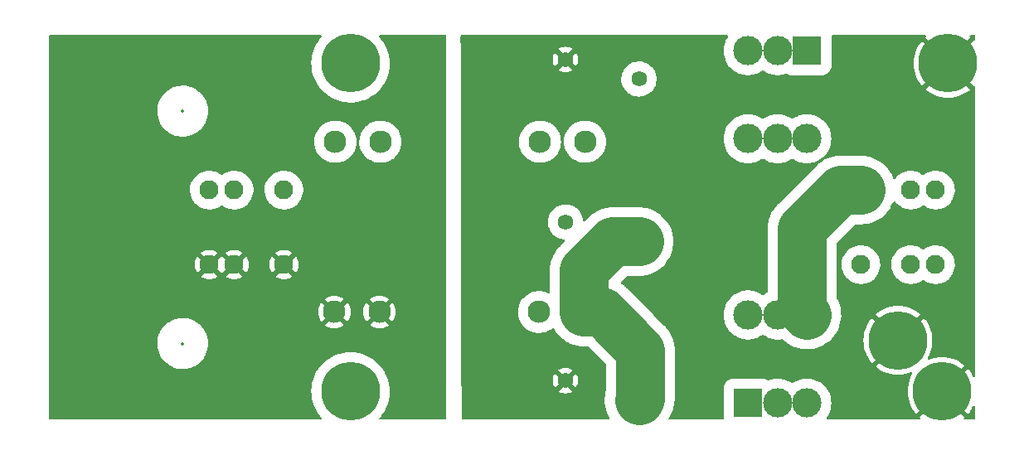
<source format=gbl>
%TF.GenerationSoftware,KiCad,Pcbnew,(6.0.7)*%
%TF.CreationDate,2024-06-21T12:53:56+05:30*%
%TF.ProjectId,BBNL_PDU_Protector,42424e4c-5f50-4445-955f-50726f746563,rev?*%
%TF.SameCoordinates,Original*%
%TF.FileFunction,Copper,L2,Bot*%
%TF.FilePolarity,Positive*%
%FSLAX46Y46*%
G04 Gerber Fmt 4.6, Leading zero omitted, Abs format (unit mm)*
G04 Created by KiCad (PCBNEW (6.0.7)) date 2024-06-21 12:53:56*
%MOMM*%
%LPD*%
G01*
G04 APERTURE LIST*
%TA.AperFunction,ComponentPad*%
%ADD10C,1.590000*%
%TD*%
%TA.AperFunction,ComponentPad*%
%ADD11C,3.000000*%
%TD*%
%TA.AperFunction,ComponentPad*%
%ADD12R,3.000000X3.000000*%
%TD*%
%TA.AperFunction,ComponentPad*%
%ADD13C,2.300000*%
%TD*%
%TA.AperFunction,ComponentPad*%
%ADD14C,1.950000*%
%TD*%
%TA.AperFunction,ConnectorPad*%
%ADD15C,6.000000*%
%TD*%
%TA.AperFunction,ComponentPad*%
%ADD16C,3.400000*%
%TD*%
%TA.AperFunction,Conductor*%
%ADD17C,5.000000*%
%TD*%
%ADD18C,0.350000*%
G04 APERTURE END LIST*
D10*
%TO.P,RV1,1*%
%TO.N,Earth*%
X110750000Y-64600000D03*
%TO.P,RV1,2*%
%TO.N,Net-(F1-Pad2)*%
X118250000Y-66600000D03*
%TD*%
%TO.P,RV3,1*%
%TO.N,Net-(F2-Pad2)*%
X118250000Y-99400000D03*
%TO.P,RV3,2*%
%TO.N,Earth*%
X110750000Y-97400000D03*
%TD*%
D11*
%TO.P,L2,1,1*%
%TO.N,Net-(F2-Pad2)*%
X132400000Y-99700000D03*
X135400000Y-99700000D03*
D12*
X129400000Y-99700000D03*
D11*
%TO.P,L2,2,2*%
%TO.N,Net-(D2-Pad1)*%
X129400000Y-90700000D03*
X135400000Y-90700000D03*
X132400000Y-90700000D03*
%TD*%
D13*
%TO.P,F2,1*%
%TO.N,Net-(F2-Pad1)*%
X87150000Y-90400000D03*
X91750000Y-90400000D03*
%TO.P,F2,2*%
%TO.N,Net-(F2-Pad2)*%
X108050000Y-90400000D03*
X112650000Y-90400000D03*
%TD*%
D14*
%TO.P,J1,1_1,1_1*%
%TO.N,Net-(F1-Pad1)*%
X82002500Y-77940000D03*
%TO.P,J1,1_2,1_2*%
X76922500Y-77940000D03*
%TO.P,J1,1_3,1_3*%
X74382500Y-77940000D03*
%TO.P,J1,2_1,2_1*%
%TO.N,Net-(F2-Pad1)*%
X82002500Y-85560000D03*
%TO.P,J1,2_2,2_2*%
X76922500Y-85560000D03*
%TO.P,J1,2_3,2_3*%
X74382500Y-85560000D03*
%TD*%
D10*
%TO.P,RV2,1*%
%TO.N,Net-(F1-Pad2)*%
X110750000Y-81200000D03*
%TO.P,RV2,2*%
%TO.N,Net-(F2-Pad2)*%
X118250000Y-83200000D03*
%TD*%
D15*
%TO.P,H5,1,1*%
%TO.N,Earth*%
X144700000Y-93300000D03*
D16*
X144700000Y-93300000D03*
%TD*%
%TO.P,H3,1,1*%
%TO.N,Earth*%
X149800000Y-65000000D03*
D15*
X149800000Y-65000000D03*
%TD*%
D16*
%TO.P,H4,1,1*%
%TO.N,Earth*%
X149200000Y-98500000D03*
D15*
X149200000Y-98500000D03*
%TD*%
D13*
%TO.P,F1,1*%
%TO.N,Net-(F1-Pad1)*%
X87250000Y-73000000D03*
X91850000Y-73000000D03*
%TO.P,F1,2*%
%TO.N,Net-(F1-Pad2)*%
X112750000Y-73000000D03*
X108150000Y-73000000D03*
%TD*%
D12*
%TO.P,L1,1,1*%
%TO.N,Net-(F1-Pad2)*%
X135400000Y-63700000D03*
D11*
X132400000Y-63700000D03*
X129400000Y-63700000D03*
%TO.P,L1,2,2*%
%TO.N,Net-(D1-Pad1)*%
X132400000Y-72700000D03*
X135400000Y-72700000D03*
X129400000Y-72700000D03*
%TD*%
D16*
%TO.P,H2,1,1*%
%TO.N,unconnected-(H2-Pad1)*%
X88800000Y-98500000D03*
D15*
X88800000Y-98500000D03*
%TD*%
D14*
%TO.P,J2,1_1,1_1*%
%TO.N,Net-(D1-Pad1)*%
X140917500Y-85560000D03*
%TO.P,J2,1_2,1_2*%
X145997500Y-85560000D03*
%TO.P,J2,1_3,1_3*%
X148537500Y-85560000D03*
%TO.P,J2,2_1,2_1*%
%TO.N,Net-(D2-Pad1)*%
X140917500Y-77940000D03*
%TO.P,J2,2_2,2_2*%
X145997500Y-77940000D03*
%TO.P,J2,2_3,2_3*%
X148537500Y-77940000D03*
%TD*%
D16*
%TO.P,H1,1,1*%
%TO.N,unconnected-(H1-Pad1)*%
X88800000Y-65000000D03*
D15*
X88800000Y-65000000D03*
%TD*%
D17*
%TO.N,Net-(D2-Pad1)*%
X140917500Y-77940000D02*
X138860000Y-77940000D01*
X138860000Y-77940000D02*
X134900000Y-81900000D01*
X134900000Y-90200000D02*
X135400000Y-90700000D01*
X134900000Y-81900000D02*
X134900000Y-90200000D01*
%TO.N,Net-(F2-Pad2)*%
X118400000Y-99250000D02*
X118250000Y-99400000D01*
X112650000Y-86150000D02*
X112650000Y-90400000D01*
X118250000Y-83200000D02*
X115600000Y-83200000D01*
X112650000Y-90400000D02*
X114500000Y-90400000D01*
X114500000Y-90400000D02*
X118400000Y-94300000D01*
X115600000Y-83200000D02*
X112650000Y-86150000D01*
X118400000Y-94300000D02*
X118400000Y-99250000D01*
%TD*%
%TA.AperFunction,Conductor*%
%TO.N,Net-(F2-Pad1)*%
G36*
X85812347Y-62120502D02*
G01*
X85858840Y-62174158D01*
X85868944Y-62244432D01*
X85836676Y-62312109D01*
X85731743Y-62425427D01*
X85495152Y-62737124D01*
X85290107Y-63070420D01*
X85118564Y-63422135D01*
X84982162Y-63788910D01*
X84882201Y-64167246D01*
X84819637Y-64553531D01*
X84795065Y-64944077D01*
X84808722Y-65335157D01*
X84860477Y-65723038D01*
X84949834Y-66104017D01*
X84950823Y-66106923D01*
X84950825Y-66106929D01*
X85074950Y-66471543D01*
X85074955Y-66471555D01*
X85075943Y-66474458D01*
X85237598Y-66830826D01*
X85433258Y-67169717D01*
X85435047Y-67172216D01*
X85435049Y-67172219D01*
X85633352Y-67449206D01*
X85661053Y-67487899D01*
X85663080Y-67490214D01*
X85663082Y-67490217D01*
X85743031Y-67581542D01*
X85918810Y-67782333D01*
X86204069Y-68050208D01*
X86514107Y-68288969D01*
X86516710Y-68290596D01*
X86516715Y-68290599D01*
X86604727Y-68345595D01*
X86845964Y-68496337D01*
X87196472Y-68670331D01*
X87562287Y-68809290D01*
X87939915Y-68911890D01*
X87942958Y-68912405D01*
X87942964Y-68912406D01*
X88322713Y-68976636D01*
X88322720Y-68976637D01*
X88325754Y-68977150D01*
X88328825Y-68977365D01*
X88328827Y-68977365D01*
X88713053Y-69004233D01*
X88713061Y-69004233D01*
X88716119Y-69004447D01*
X88969704Y-68997363D01*
X89104211Y-68993606D01*
X89104214Y-68993606D01*
X89107285Y-68993520D01*
X89110338Y-68993134D01*
X89110342Y-68993134D01*
X89296145Y-68969662D01*
X89495517Y-68944475D01*
X89498521Y-68943793D01*
X89498524Y-68943792D01*
X89874115Y-68858460D01*
X89874121Y-68858458D01*
X89877111Y-68857779D01*
X90022875Y-68809290D01*
X90245500Y-68735233D01*
X90245506Y-68735231D01*
X90248424Y-68734260D01*
X90323846Y-68700680D01*
X90603111Y-68576343D01*
X90603117Y-68576340D01*
X90605911Y-68575096D01*
X90608580Y-68573580D01*
X90943492Y-68383324D01*
X90943498Y-68383320D01*
X90946160Y-68381808D01*
X91241132Y-68173728D01*
X91263401Y-68158019D01*
X91263404Y-68158017D01*
X91265924Y-68156239D01*
X91562150Y-67900544D01*
X91564271Y-67898317D01*
X91564277Y-67898311D01*
X91829894Y-67619385D01*
X91832011Y-67617162D01*
X91859841Y-67581542D01*
X92071021Y-67311244D01*
X92071023Y-67311241D01*
X92072931Y-67308799D01*
X92074587Y-67306189D01*
X92074593Y-67306181D01*
X92280957Y-66981003D01*
X92280959Y-66981000D01*
X92282610Y-66978398D01*
X92459046Y-66629112D01*
X92600557Y-66264277D01*
X92705790Y-65887374D01*
X92773742Y-65502000D01*
X92786580Y-65335157D01*
X92803613Y-65113789D01*
X92803613Y-65113778D01*
X92803763Y-65111835D01*
X92805325Y-65000000D01*
X92786209Y-64609149D01*
X92729044Y-64222028D01*
X92634376Y-63842334D01*
X92503107Y-63473689D01*
X92336492Y-63119614D01*
X92307167Y-63070420D01*
X92137700Y-62786138D01*
X92136120Y-62783487D01*
X91903905Y-62468517D01*
X91761905Y-62310810D01*
X91731188Y-62246803D01*
X91739951Y-62176350D01*
X91785414Y-62121818D01*
X91855541Y-62100500D01*
X98474000Y-62100500D01*
X98542121Y-62120502D01*
X98588614Y-62174158D01*
X98600000Y-62226500D01*
X98600000Y-101273500D01*
X98579998Y-101341621D01*
X98526342Y-101388114D01*
X98474000Y-101399500D01*
X91857124Y-101399500D01*
X91789003Y-101379498D01*
X91742510Y-101325842D01*
X91732406Y-101255568D01*
X91765879Y-101186608D01*
X91829884Y-101119396D01*
X91829888Y-101119391D01*
X91832011Y-101117162D01*
X91931192Y-100990217D01*
X92071021Y-100811244D01*
X92071023Y-100811241D01*
X92072931Y-100808799D01*
X92074587Y-100806189D01*
X92074593Y-100806181D01*
X92280957Y-100481003D01*
X92280959Y-100481000D01*
X92282610Y-100478398D01*
X92459046Y-100129112D01*
X92600557Y-99764277D01*
X92705790Y-99387374D01*
X92773742Y-99002000D01*
X92786580Y-98835157D01*
X92803613Y-98613789D01*
X92803613Y-98613778D01*
X92803763Y-98611835D01*
X92805325Y-98500000D01*
X92786209Y-98109149D01*
X92729044Y-97722028D01*
X92634376Y-97342334D01*
X92503107Y-96973689D01*
X92336492Y-96619614D01*
X92307167Y-96570420D01*
X92137700Y-96286138D01*
X92136120Y-96283487D01*
X91903905Y-95968517D01*
X91642061Y-95677711D01*
X91353090Y-95413844D01*
X91039749Y-95179435D01*
X90986075Y-95146929D01*
X90707658Y-94978313D01*
X90707649Y-94978308D01*
X90705030Y-94976722D01*
X90352126Y-94807638D01*
X90349237Y-94806586D01*
X90349231Y-94806584D01*
X89987306Y-94674855D01*
X89987303Y-94674854D01*
X89984407Y-94673800D01*
X89667281Y-94592376D01*
X89608366Y-94577249D01*
X89608363Y-94577248D01*
X89605382Y-94576483D01*
X89218670Y-94516617D01*
X89215613Y-94516446D01*
X89215612Y-94516446D01*
X89183452Y-94514648D01*
X88827962Y-94494773D01*
X88824883Y-94494902D01*
X88824880Y-94494902D01*
X88568770Y-94505636D01*
X88436987Y-94511159D01*
X88433943Y-94511587D01*
X88433941Y-94511587D01*
X88412161Y-94514648D01*
X88049477Y-94565620D01*
X87669131Y-94657636D01*
X87299579Y-94786327D01*
X87296781Y-94787620D01*
X86947146Y-94949174D01*
X86947136Y-94949179D01*
X86944349Y-94950467D01*
X86835829Y-95014135D01*
X86609486Y-95146929D01*
X86609481Y-95146932D01*
X86606831Y-95148487D01*
X86602767Y-95151440D01*
X86292730Y-95376694D01*
X86292721Y-95376701D01*
X86290248Y-95378498D01*
X86287958Y-95380531D01*
X86287952Y-95380536D01*
X86025858Y-95613235D01*
X85997621Y-95638305D01*
X85995532Y-95640561D01*
X85888392Y-95756262D01*
X85731743Y-95925427D01*
X85495152Y-96237124D01*
X85290107Y-96570420D01*
X85118564Y-96922135D01*
X84982162Y-97288910D01*
X84882201Y-97667246D01*
X84819637Y-98053531D01*
X84795065Y-98444077D01*
X84808722Y-98835157D01*
X84860477Y-99223038D01*
X84949834Y-99604017D01*
X84950823Y-99606923D01*
X84950825Y-99606929D01*
X85074950Y-99971543D01*
X85074955Y-99971555D01*
X85075943Y-99974458D01*
X85237598Y-100330826D01*
X85433258Y-100669717D01*
X85435047Y-100672216D01*
X85435049Y-100672219D01*
X85532831Y-100808799D01*
X85661053Y-100987899D01*
X85663080Y-100990214D01*
X85663082Y-100990217D01*
X85838421Y-101190505D01*
X85868242Y-101254935D01*
X85858495Y-101325260D01*
X85812275Y-101379151D01*
X85743617Y-101399500D01*
X58126500Y-101399500D01*
X58058379Y-101379498D01*
X58011886Y-101325842D01*
X58000500Y-101273500D01*
X58000500Y-93665471D01*
X69057455Y-93665471D01*
X69082414Y-93982607D01*
X69145836Y-94294338D01*
X69246776Y-94596016D01*
X69248425Y-94599474D01*
X69248427Y-94599478D01*
X69343747Y-94799320D01*
X69383729Y-94883143D01*
X69554653Y-95151440D01*
X69757000Y-95396907D01*
X69987754Y-95615884D01*
X70243475Y-95805108D01*
X70381912Y-95883432D01*
X70516992Y-95959857D01*
X70516996Y-95959859D01*
X70520349Y-95961756D01*
X70523910Y-95963231D01*
X70523912Y-95963232D01*
X70542637Y-95970988D01*
X70814251Y-96083494D01*
X70915583Y-96111596D01*
X71117082Y-96167477D01*
X71117090Y-96167479D01*
X71120798Y-96168507D01*
X71435421Y-96215528D01*
X71438719Y-96215672D01*
X71547927Y-96220440D01*
X71547932Y-96220440D01*
X71549304Y-96220500D01*
X71743299Y-96220500D01*
X71980024Y-96206021D01*
X71983807Y-96205320D01*
X71983814Y-96205319D01*
X72182431Y-96168507D01*
X72292813Y-96148049D01*
X72502232Y-96082020D01*
X72592535Y-96053548D01*
X72592538Y-96053547D01*
X72596207Y-96052390D01*
X72599704Y-96050796D01*
X72599710Y-96050794D01*
X72882173Y-95922068D01*
X72882177Y-95922066D01*
X72885681Y-95920469D01*
X73070834Y-95807007D01*
X73153642Y-95756262D01*
X73153645Y-95756260D01*
X73156920Y-95754253D01*
X73159924Y-95751863D01*
X73159929Y-95751860D01*
X73402870Y-95558616D01*
X73405881Y-95556221D01*
X73628852Y-95329324D01*
X73631194Y-95326272D01*
X73820174Y-95079989D01*
X73820179Y-95079981D01*
X73822509Y-95076945D01*
X73934757Y-94886386D01*
X73982013Y-94806162D01*
X73982015Y-94806159D01*
X73983966Y-94802846D01*
X74110815Y-94511114D01*
X74115605Y-94494945D01*
X74200071Y-94209789D01*
X74201165Y-94206097D01*
X74253669Y-93892343D01*
X74267545Y-93574529D01*
X74242586Y-93257393D01*
X74179164Y-92945662D01*
X74078224Y-92643984D01*
X73941271Y-92356857D01*
X73770347Y-92088560D01*
X73568000Y-91843093D01*
X73461685Y-91742204D01*
X86173151Y-91742204D01*
X86177720Y-91748735D01*
X86390736Y-91879271D01*
X86399530Y-91883752D01*
X86631492Y-91979834D01*
X86640877Y-91982883D01*
X86885017Y-92041496D01*
X86894764Y-92043039D01*
X87145070Y-92062739D01*
X87154930Y-92062739D01*
X87405236Y-92043039D01*
X87414983Y-92041496D01*
X87659123Y-91982883D01*
X87668508Y-91979834D01*
X87900470Y-91883752D01*
X87909264Y-91879271D01*
X88120875Y-91749596D01*
X88125699Y-91742204D01*
X90773151Y-91742204D01*
X90777720Y-91748735D01*
X90990736Y-91879271D01*
X90999530Y-91883752D01*
X91231492Y-91979834D01*
X91240877Y-91982883D01*
X91485017Y-92041496D01*
X91494764Y-92043039D01*
X91745070Y-92062739D01*
X91754930Y-92062739D01*
X92005236Y-92043039D01*
X92014983Y-92041496D01*
X92259123Y-91982883D01*
X92268508Y-91979834D01*
X92500470Y-91883752D01*
X92509264Y-91879271D01*
X92720875Y-91749596D01*
X92726922Y-91740330D01*
X92720915Y-91730125D01*
X91762812Y-90772022D01*
X91748868Y-90764408D01*
X91747035Y-90764539D01*
X91740420Y-90768790D01*
X90780544Y-91728666D01*
X90773151Y-91742204D01*
X88125699Y-91742204D01*
X88126922Y-91740330D01*
X88120915Y-91730125D01*
X87162812Y-90772022D01*
X87148868Y-90764408D01*
X87147035Y-90764539D01*
X87140420Y-90768790D01*
X86180544Y-91728666D01*
X86173151Y-91742204D01*
X73461685Y-91742204D01*
X73337246Y-91624116D01*
X73081525Y-91434892D01*
X72881180Y-91321542D01*
X72808008Y-91280143D01*
X72808004Y-91280141D01*
X72804651Y-91278244D01*
X72510749Y-91156506D01*
X72409417Y-91128404D01*
X72207918Y-91072523D01*
X72207910Y-91072521D01*
X72204202Y-91071493D01*
X71889579Y-91024472D01*
X71886281Y-91024328D01*
X71777073Y-91019560D01*
X71777068Y-91019560D01*
X71775696Y-91019500D01*
X71581701Y-91019500D01*
X71344976Y-91033979D01*
X71341193Y-91034680D01*
X71341186Y-91034681D01*
X71188581Y-91062965D01*
X71032187Y-91091951D01*
X70852497Y-91148606D01*
X70732465Y-91186452D01*
X70732462Y-91186453D01*
X70728793Y-91187610D01*
X70725296Y-91189204D01*
X70725290Y-91189206D01*
X70442827Y-91317932D01*
X70442823Y-91317934D01*
X70439319Y-91319531D01*
X70436040Y-91321541D01*
X70436037Y-91321542D01*
X70247326Y-91437185D01*
X70168080Y-91485747D01*
X70165076Y-91488137D01*
X70165071Y-91488140D01*
X69946462Y-91662030D01*
X69919119Y-91683779D01*
X69916427Y-91686518D01*
X69916423Y-91686522D01*
X69861705Y-91742204D01*
X69696148Y-91910676D01*
X69693807Y-91913727D01*
X69693806Y-91913728D01*
X69504826Y-92160011D01*
X69504821Y-92160019D01*
X69502491Y-92163055D01*
X69500542Y-92166364D01*
X69386292Y-92360322D01*
X69341034Y-92437154D01*
X69214185Y-92728886D01*
X69123835Y-93033903D01*
X69071331Y-93347657D01*
X69057455Y-93665471D01*
X58000500Y-93665471D01*
X58000500Y-90404930D01*
X85487261Y-90404930D01*
X85506961Y-90655236D01*
X85508504Y-90664983D01*
X85567117Y-90909123D01*
X85570166Y-90918508D01*
X85666248Y-91150470D01*
X85670729Y-91159264D01*
X85800404Y-91370875D01*
X85809670Y-91376922D01*
X85819875Y-91370915D01*
X86777978Y-90412812D01*
X86784356Y-90401132D01*
X87514408Y-90401132D01*
X87514539Y-90402965D01*
X87518790Y-90409580D01*
X88478666Y-91369456D01*
X88492204Y-91376849D01*
X88498735Y-91372280D01*
X88629271Y-91159264D01*
X88633752Y-91150470D01*
X88729834Y-90918508D01*
X88732883Y-90909123D01*
X88791496Y-90664983D01*
X88793039Y-90655236D01*
X88812739Y-90404930D01*
X90087261Y-90404930D01*
X90106961Y-90655236D01*
X90108504Y-90664983D01*
X90167117Y-90909123D01*
X90170166Y-90918508D01*
X90266248Y-91150470D01*
X90270729Y-91159264D01*
X90400404Y-91370875D01*
X90409670Y-91376922D01*
X90419875Y-91370915D01*
X91377978Y-90412812D01*
X91384356Y-90401132D01*
X92114408Y-90401132D01*
X92114539Y-90402965D01*
X92118790Y-90409580D01*
X93078666Y-91369456D01*
X93092204Y-91376849D01*
X93098735Y-91372280D01*
X93229271Y-91159264D01*
X93233752Y-91150470D01*
X93329834Y-90918508D01*
X93332883Y-90909123D01*
X93391496Y-90664983D01*
X93393039Y-90655236D01*
X93412739Y-90404930D01*
X93412739Y-90395070D01*
X93393039Y-90144764D01*
X93391496Y-90135017D01*
X93332883Y-89890877D01*
X93329834Y-89881492D01*
X93233752Y-89649530D01*
X93229271Y-89640736D01*
X93099596Y-89429125D01*
X93090330Y-89423078D01*
X93080125Y-89429085D01*
X92122022Y-90387188D01*
X92114408Y-90401132D01*
X91384356Y-90401132D01*
X91385592Y-90398868D01*
X91385461Y-90397035D01*
X91381210Y-90390420D01*
X90421334Y-89430544D01*
X90407796Y-89423151D01*
X90401265Y-89427720D01*
X90270729Y-89640736D01*
X90266248Y-89649530D01*
X90170166Y-89881492D01*
X90167117Y-89890877D01*
X90108504Y-90135017D01*
X90106961Y-90144764D01*
X90087261Y-90395070D01*
X90087261Y-90404930D01*
X88812739Y-90404930D01*
X88812739Y-90395070D01*
X88793039Y-90144764D01*
X88791496Y-90135017D01*
X88732883Y-89890877D01*
X88729834Y-89881492D01*
X88633752Y-89649530D01*
X88629271Y-89640736D01*
X88499596Y-89429125D01*
X88490330Y-89423078D01*
X88480125Y-89429085D01*
X87522022Y-90387188D01*
X87514408Y-90401132D01*
X86784356Y-90401132D01*
X86785592Y-90398868D01*
X86785461Y-90397035D01*
X86781210Y-90390420D01*
X85821334Y-89430544D01*
X85807796Y-89423151D01*
X85801265Y-89427720D01*
X85670729Y-89640736D01*
X85666248Y-89649530D01*
X85570166Y-89881492D01*
X85567117Y-89890877D01*
X85508504Y-90135017D01*
X85506961Y-90144764D01*
X85487261Y-90395070D01*
X85487261Y-90404930D01*
X58000500Y-90404930D01*
X58000500Y-89059670D01*
X86173078Y-89059670D01*
X86179085Y-89069875D01*
X87137188Y-90027978D01*
X87151132Y-90035592D01*
X87152965Y-90035461D01*
X87159580Y-90031210D01*
X88119456Y-89071334D01*
X88125826Y-89059670D01*
X90773078Y-89059670D01*
X90779085Y-89069875D01*
X91737188Y-90027978D01*
X91751132Y-90035592D01*
X91752965Y-90035461D01*
X91759580Y-90031210D01*
X92719456Y-89071334D01*
X92726849Y-89057796D01*
X92722280Y-89051265D01*
X92509264Y-88920729D01*
X92500470Y-88916248D01*
X92268508Y-88820166D01*
X92259123Y-88817117D01*
X92014983Y-88758504D01*
X92005236Y-88756961D01*
X91754930Y-88737261D01*
X91745070Y-88737261D01*
X91494764Y-88756961D01*
X91485017Y-88758504D01*
X91240877Y-88817117D01*
X91231492Y-88820166D01*
X90999530Y-88916248D01*
X90990736Y-88920729D01*
X90779125Y-89050404D01*
X90773078Y-89059670D01*
X88125826Y-89059670D01*
X88126849Y-89057796D01*
X88122280Y-89051265D01*
X87909264Y-88920729D01*
X87900470Y-88916248D01*
X87668508Y-88820166D01*
X87659123Y-88817117D01*
X87414983Y-88758504D01*
X87405236Y-88756961D01*
X87154930Y-88737261D01*
X87145070Y-88737261D01*
X86894764Y-88756961D01*
X86885017Y-88758504D01*
X86640877Y-88817117D01*
X86631492Y-88820166D01*
X86399530Y-88916248D01*
X86390736Y-88920729D01*
X86179125Y-89050404D01*
X86173078Y-89059670D01*
X58000500Y-89059670D01*
X58000500Y-86776624D01*
X73531121Y-86776624D01*
X73535488Y-86782774D01*
X73735063Y-86899397D01*
X73744346Y-86903844D01*
X73962507Y-86987152D01*
X73972405Y-86990028D01*
X74201244Y-87036585D01*
X74211472Y-87037804D01*
X74444840Y-87046362D01*
X74455126Y-87045895D01*
X74686762Y-87016222D01*
X74696840Y-87014080D01*
X74920514Y-86946974D01*
X74930112Y-86943212D01*
X75139824Y-86840476D01*
X75148669Y-86835203D01*
X75221369Y-86783347D01*
X75226647Y-86776624D01*
X76071121Y-86776624D01*
X76075488Y-86782774D01*
X76275063Y-86899397D01*
X76284346Y-86903844D01*
X76502507Y-86987152D01*
X76512405Y-86990028D01*
X76741244Y-87036585D01*
X76751472Y-87037804D01*
X76984840Y-87046362D01*
X76995126Y-87045895D01*
X77226762Y-87016222D01*
X77236840Y-87014080D01*
X77460514Y-86946974D01*
X77470112Y-86943212D01*
X77679824Y-86840476D01*
X77688669Y-86835203D01*
X77761369Y-86783347D01*
X77766647Y-86776624D01*
X81151121Y-86776624D01*
X81155488Y-86782774D01*
X81355063Y-86899397D01*
X81364346Y-86903844D01*
X81582507Y-86987152D01*
X81592405Y-86990028D01*
X81821244Y-87036585D01*
X81831472Y-87037804D01*
X82064840Y-87046362D01*
X82075126Y-87045895D01*
X82306762Y-87016222D01*
X82316840Y-87014080D01*
X82540514Y-86946974D01*
X82550112Y-86943212D01*
X82759824Y-86840476D01*
X82768669Y-86835203D01*
X82841369Y-86783347D01*
X82849770Y-86772646D01*
X82842783Y-86759493D01*
X82015312Y-85932022D01*
X82001368Y-85924408D01*
X81999535Y-85924539D01*
X81992920Y-85928790D01*
X81158381Y-86763329D01*
X81151121Y-86776624D01*
X77766647Y-86776624D01*
X77769770Y-86772646D01*
X77762783Y-86759493D01*
X76935312Y-85932022D01*
X76921368Y-85924408D01*
X76919535Y-85924539D01*
X76912920Y-85928790D01*
X76078381Y-86763329D01*
X76071121Y-86776624D01*
X75226647Y-86776624D01*
X75229770Y-86772646D01*
X75222783Y-86759493D01*
X74395312Y-85932022D01*
X74381368Y-85924408D01*
X74379535Y-85924539D01*
X74372920Y-85928790D01*
X73538381Y-86763329D01*
X73531121Y-86776624D01*
X58000500Y-86776624D01*
X58000500Y-85528799D01*
X72895158Y-85528799D01*
X72908602Y-85761942D01*
X72910035Y-85772144D01*
X72961373Y-85999949D01*
X72964456Y-86009789D01*
X73052314Y-86226156D01*
X73056957Y-86235347D01*
X73158055Y-86400325D01*
X73168511Y-86409785D01*
X73177289Y-86406001D01*
X74010478Y-85572812D01*
X74016856Y-85561132D01*
X74746908Y-85561132D01*
X74747039Y-85562965D01*
X74751290Y-85569580D01*
X75582545Y-86400835D01*
X75596489Y-86408449D01*
X75618606Y-86406868D01*
X75637887Y-86399461D01*
X75673032Y-86406748D01*
X75673333Y-86404931D01*
X75706875Y-86410489D01*
X75717290Y-86406000D01*
X76550478Y-85572812D01*
X76556856Y-85561132D01*
X77286908Y-85561132D01*
X77287039Y-85562965D01*
X77291290Y-85569580D01*
X78122545Y-86400835D01*
X78134555Y-86407394D01*
X78146294Y-86398426D01*
X78195018Y-86330619D01*
X78200329Y-86321780D01*
X78303791Y-86112442D01*
X78307589Y-86102849D01*
X78375474Y-85879413D01*
X78377651Y-85869343D01*
X78408369Y-85636015D01*
X78408888Y-85629340D01*
X78410501Y-85563364D01*
X78410307Y-85556647D01*
X78408018Y-85528799D01*
X80515158Y-85528799D01*
X80528602Y-85761942D01*
X80530035Y-85772144D01*
X80581373Y-85999949D01*
X80584456Y-86009789D01*
X80672314Y-86226156D01*
X80676957Y-86235347D01*
X80778055Y-86400325D01*
X80788511Y-86409785D01*
X80797289Y-86406001D01*
X81630478Y-85572812D01*
X81636856Y-85561132D01*
X82366908Y-85561132D01*
X82367039Y-85562965D01*
X82371290Y-85569580D01*
X83202545Y-86400835D01*
X83214555Y-86407394D01*
X83226294Y-86398426D01*
X83275018Y-86330619D01*
X83280329Y-86321780D01*
X83383791Y-86112442D01*
X83387589Y-86102849D01*
X83455474Y-85879413D01*
X83457651Y-85869343D01*
X83488369Y-85636015D01*
X83488888Y-85629340D01*
X83490501Y-85563364D01*
X83490307Y-85556647D01*
X83471025Y-85322108D01*
X83469342Y-85311946D01*
X83412452Y-85085453D01*
X83409134Y-85075706D01*
X83316013Y-84861542D01*
X83311146Y-84852467D01*
X83225965Y-84720796D01*
X83215279Y-84711593D01*
X83205714Y-84715996D01*
X82374522Y-85547188D01*
X82366908Y-85561132D01*
X81636856Y-85561132D01*
X81638092Y-85558868D01*
X81637961Y-85557035D01*
X81633710Y-85550420D01*
X80802392Y-84719102D01*
X80790856Y-84712802D01*
X80778573Y-84722426D01*
X80711536Y-84820698D01*
X80706443Y-84829662D01*
X80608119Y-85041483D01*
X80604562Y-85051151D01*
X80542157Y-85276178D01*
X80540226Y-85286298D01*
X80515410Y-85518510D01*
X80515158Y-85528799D01*
X78408018Y-85528799D01*
X78391025Y-85322108D01*
X78389342Y-85311946D01*
X78332452Y-85085453D01*
X78329134Y-85075706D01*
X78236013Y-84861542D01*
X78231146Y-84852467D01*
X78145965Y-84720796D01*
X78135279Y-84711593D01*
X78125714Y-84715996D01*
X77294522Y-85547188D01*
X77286908Y-85561132D01*
X76556856Y-85561132D01*
X76558092Y-85558868D01*
X76557961Y-85557035D01*
X76553710Y-85550420D01*
X75722392Y-84719102D01*
X75708448Y-84711488D01*
X75689810Y-84712821D01*
X75666600Y-84722063D01*
X75630640Y-84715064D01*
X75630567Y-84715585D01*
X75596899Y-84710848D01*
X75585713Y-84715997D01*
X74754522Y-85547188D01*
X74746908Y-85561132D01*
X74016856Y-85561132D01*
X74018092Y-85558868D01*
X74017961Y-85557035D01*
X74013710Y-85550420D01*
X73182392Y-84719102D01*
X73170856Y-84712802D01*
X73158573Y-84722426D01*
X73091536Y-84820698D01*
X73086443Y-84829662D01*
X72988119Y-85041483D01*
X72984562Y-85051151D01*
X72922157Y-85276178D01*
X72920226Y-85286298D01*
X72895410Y-85518510D01*
X72895158Y-85528799D01*
X58000500Y-85528799D01*
X58000500Y-84347142D01*
X73534438Y-84347142D01*
X73541184Y-84359474D01*
X74369688Y-85187978D01*
X74383632Y-85195592D01*
X74385465Y-85195461D01*
X74392080Y-85191210D01*
X75224891Y-84358399D01*
X75231039Y-84347142D01*
X76074438Y-84347142D01*
X76081184Y-84359474D01*
X76909688Y-85187978D01*
X76923632Y-85195592D01*
X76925465Y-85195461D01*
X76932080Y-85191210D01*
X77764891Y-84358399D01*
X77771039Y-84347142D01*
X81154438Y-84347142D01*
X81161184Y-84359474D01*
X81989688Y-85187978D01*
X82003632Y-85195592D01*
X82005465Y-85195461D01*
X82012080Y-85191210D01*
X82844891Y-84358399D01*
X82851912Y-84345543D01*
X82844139Y-84334875D01*
X82830048Y-84323746D01*
X82821470Y-84318047D01*
X82617026Y-84205189D01*
X82607626Y-84200964D01*
X82387493Y-84123011D01*
X82377536Y-84120381D01*
X82147629Y-84079427D01*
X82137378Y-84078458D01*
X81903867Y-84075605D01*
X81893583Y-84076325D01*
X81662753Y-84111647D01*
X81652725Y-84114036D01*
X81430763Y-84186584D01*
X81421253Y-84190581D01*
X81214124Y-84298405D01*
X81205404Y-84303897D01*
X81162891Y-84335817D01*
X81154438Y-84347142D01*
X77771039Y-84347142D01*
X77771912Y-84345543D01*
X77764139Y-84334875D01*
X77750048Y-84323746D01*
X77741470Y-84318047D01*
X77537026Y-84205189D01*
X77527626Y-84200964D01*
X77307493Y-84123011D01*
X77297536Y-84120381D01*
X77067629Y-84079427D01*
X77057378Y-84078458D01*
X76823867Y-84075605D01*
X76813583Y-84076325D01*
X76582753Y-84111647D01*
X76572725Y-84114036D01*
X76350763Y-84186584D01*
X76341253Y-84190581D01*
X76134124Y-84298405D01*
X76125404Y-84303897D01*
X76082891Y-84335817D01*
X76074438Y-84347142D01*
X75231039Y-84347142D01*
X75231912Y-84345543D01*
X75224139Y-84334875D01*
X75210048Y-84323746D01*
X75201470Y-84318047D01*
X74997026Y-84205189D01*
X74987626Y-84200964D01*
X74767493Y-84123011D01*
X74757536Y-84120381D01*
X74527629Y-84079427D01*
X74517378Y-84078458D01*
X74283867Y-84075605D01*
X74273583Y-84076325D01*
X74042753Y-84111647D01*
X74032725Y-84114036D01*
X73810763Y-84186584D01*
X73801253Y-84190581D01*
X73594124Y-84298405D01*
X73585404Y-84303897D01*
X73542891Y-84335817D01*
X73534438Y-84347142D01*
X58000500Y-84347142D01*
X58000500Y-77877790D01*
X72402931Y-77877790D01*
X72413915Y-78157334D01*
X72414715Y-78161714D01*
X72446767Y-78337215D01*
X72464176Y-78432542D01*
X72552714Y-78697922D01*
X72677761Y-78948180D01*
X72836822Y-79178322D01*
X73026723Y-79383756D01*
X73030177Y-79386568D01*
X73240219Y-79557569D01*
X73240223Y-79557572D01*
X73243676Y-79560383D01*
X73247498Y-79562684D01*
X73409746Y-79660365D01*
X73483351Y-79704679D01*
X73583311Y-79747007D01*
X73736864Y-79812029D01*
X73736869Y-79812031D01*
X73740967Y-79813766D01*
X73745264Y-79814905D01*
X73745269Y-79814907D01*
X73876175Y-79849615D01*
X74011383Y-79885465D01*
X74015800Y-79885988D01*
X74015801Y-79885988D01*
X74100208Y-79895978D01*
X74289204Y-79918347D01*
X74568886Y-79911756D01*
X74723699Y-79885988D01*
X74840459Y-79866554D01*
X74840463Y-79866553D01*
X74844849Y-79865823D01*
X74849090Y-79864482D01*
X74849093Y-79864481D01*
X75107342Y-79782808D01*
X75107344Y-79782807D01*
X75111588Y-79781465D01*
X75115599Y-79779539D01*
X75115604Y-79779537D01*
X75359760Y-79662295D01*
X75359761Y-79662294D01*
X75363779Y-79660365D01*
X75513412Y-79560383D01*
X75584468Y-79512905D01*
X75652221Y-79491690D01*
X75720688Y-79510473D01*
X75734020Y-79519957D01*
X75780219Y-79557569D01*
X75780223Y-79557572D01*
X75783676Y-79560383D01*
X75787498Y-79562684D01*
X75949746Y-79660365D01*
X76023351Y-79704679D01*
X76123311Y-79747007D01*
X76276864Y-79812029D01*
X76276869Y-79812031D01*
X76280967Y-79813766D01*
X76285264Y-79814905D01*
X76285269Y-79814907D01*
X76416175Y-79849615D01*
X76551383Y-79885465D01*
X76555800Y-79885988D01*
X76555801Y-79885988D01*
X76640208Y-79895978D01*
X76829204Y-79918347D01*
X77108886Y-79911756D01*
X77263699Y-79885988D01*
X77380459Y-79866554D01*
X77380463Y-79866553D01*
X77384849Y-79865823D01*
X77389090Y-79864482D01*
X77389093Y-79864481D01*
X77647342Y-79782808D01*
X77647344Y-79782807D01*
X77651588Y-79781465D01*
X77655599Y-79779539D01*
X77655604Y-79779537D01*
X77899760Y-79662295D01*
X77899761Y-79662294D01*
X77903779Y-79660365D01*
X78020747Y-79582209D01*
X78132683Y-79507416D01*
X78132687Y-79507413D01*
X78136391Y-79504938D01*
X78344782Y-79318287D01*
X78524795Y-79104136D01*
X78672838Y-78866757D01*
X78785958Y-78610886D01*
X78861896Y-78341630D01*
X78899138Y-78064360D01*
X78903046Y-77940000D01*
X78898641Y-77877790D01*
X80022931Y-77877790D01*
X80033915Y-78157334D01*
X80034715Y-78161714D01*
X80066767Y-78337215D01*
X80084176Y-78432542D01*
X80172714Y-78697922D01*
X80297761Y-78948180D01*
X80456822Y-79178322D01*
X80646723Y-79383756D01*
X80650177Y-79386568D01*
X80860219Y-79557569D01*
X80860223Y-79557572D01*
X80863676Y-79560383D01*
X80867498Y-79562684D01*
X81029746Y-79660365D01*
X81103351Y-79704679D01*
X81203311Y-79747007D01*
X81356864Y-79812029D01*
X81356869Y-79812031D01*
X81360967Y-79813766D01*
X81365264Y-79814905D01*
X81365269Y-79814907D01*
X81496175Y-79849615D01*
X81631383Y-79885465D01*
X81635800Y-79885988D01*
X81635801Y-79885988D01*
X81720208Y-79895978D01*
X81909204Y-79918347D01*
X82188886Y-79911756D01*
X82343699Y-79885988D01*
X82460459Y-79866554D01*
X82460463Y-79866553D01*
X82464849Y-79865823D01*
X82469090Y-79864482D01*
X82469093Y-79864481D01*
X82727342Y-79782808D01*
X82727344Y-79782807D01*
X82731588Y-79781465D01*
X82735599Y-79779539D01*
X82735604Y-79779537D01*
X82979760Y-79662295D01*
X82979761Y-79662294D01*
X82983779Y-79660365D01*
X83100747Y-79582209D01*
X83212683Y-79507416D01*
X83212687Y-79507413D01*
X83216391Y-79504938D01*
X83424782Y-79318287D01*
X83604795Y-79104136D01*
X83752838Y-78866757D01*
X83865958Y-78610886D01*
X83941896Y-78341630D01*
X83979138Y-78064360D01*
X83983046Y-77940000D01*
X83963287Y-77660939D01*
X83951012Y-77603921D01*
X83905342Y-77391792D01*
X83905342Y-77391790D01*
X83904406Y-77387445D01*
X83807576Y-77124977D01*
X83674730Y-76878770D01*
X83508519Y-76653738D01*
X83462577Y-76607068D01*
X83315390Y-76457552D01*
X83312259Y-76454371D01*
X83308720Y-76451670D01*
X83308713Y-76451664D01*
X83093405Y-76287347D01*
X83089865Y-76284645D01*
X82845775Y-76147948D01*
X82841636Y-76146347D01*
X82841628Y-76146343D01*
X82648354Y-76071572D01*
X82584860Y-76047008D01*
X82580535Y-76046005D01*
X82580530Y-76046004D01*
X82430665Y-76011267D01*
X82312326Y-75983838D01*
X82033609Y-75959698D01*
X82029174Y-75959942D01*
X82029170Y-75959942D01*
X81915178Y-75966216D01*
X81754272Y-75975071D01*
X81749909Y-75975939D01*
X81749908Y-75975939D01*
X81484255Y-76028781D01*
X81484253Y-76028782D01*
X81479887Y-76029650D01*
X81215930Y-76122345D01*
X80967668Y-76251307D01*
X80924064Y-76282467D01*
X80743673Y-76411375D01*
X80743669Y-76411378D01*
X80740052Y-76413963D01*
X80537627Y-76607068D01*
X80534871Y-76610564D01*
X80534870Y-76610565D01*
X80498004Y-76657330D01*
X80364429Y-76826768D01*
X80334224Y-76878770D01*
X80226153Y-77064826D01*
X80226150Y-77064832D01*
X80223915Y-77068680D01*
X80222241Y-77072813D01*
X80120562Y-77323846D01*
X80120559Y-77323854D01*
X80118889Y-77327978D01*
X80051446Y-77599487D01*
X80022931Y-77877790D01*
X78898641Y-77877790D01*
X78883287Y-77660939D01*
X78871012Y-77603921D01*
X78825342Y-77391792D01*
X78825342Y-77391790D01*
X78824406Y-77387445D01*
X78727576Y-77124977D01*
X78594730Y-76878770D01*
X78428519Y-76653738D01*
X78382577Y-76607068D01*
X78235390Y-76457552D01*
X78232259Y-76454371D01*
X78228720Y-76451670D01*
X78228713Y-76451664D01*
X78013405Y-76287347D01*
X78009865Y-76284645D01*
X77765775Y-76147948D01*
X77761636Y-76146347D01*
X77761628Y-76146343D01*
X77568354Y-76071572D01*
X77504860Y-76047008D01*
X77500535Y-76046005D01*
X77500530Y-76046004D01*
X77350665Y-76011267D01*
X77232326Y-75983838D01*
X76953609Y-75959698D01*
X76949174Y-75959942D01*
X76949170Y-75959942D01*
X76835178Y-75966216D01*
X76674272Y-75975071D01*
X76669909Y-75975939D01*
X76669908Y-75975939D01*
X76404255Y-76028781D01*
X76404253Y-76028782D01*
X76399887Y-76029650D01*
X76135930Y-76122345D01*
X75887668Y-76251307D01*
X75884053Y-76253890D01*
X75884047Y-76253894D01*
X75725060Y-76367508D01*
X75658007Y-76390840D01*
X75588984Y-76374217D01*
X75575360Y-76365156D01*
X75473405Y-76287347D01*
X75469865Y-76284645D01*
X75225775Y-76147948D01*
X75221636Y-76146347D01*
X75221628Y-76146343D01*
X75028354Y-76071572D01*
X74964860Y-76047008D01*
X74960535Y-76046005D01*
X74960530Y-76046004D01*
X74810665Y-76011267D01*
X74692326Y-75983838D01*
X74413609Y-75959698D01*
X74409174Y-75959942D01*
X74409170Y-75959942D01*
X74295178Y-75966216D01*
X74134272Y-75975071D01*
X74129909Y-75975939D01*
X74129908Y-75975939D01*
X73864255Y-76028781D01*
X73864253Y-76028782D01*
X73859887Y-76029650D01*
X73595930Y-76122345D01*
X73347668Y-76251307D01*
X73304064Y-76282467D01*
X73123673Y-76411375D01*
X73123669Y-76411378D01*
X73120052Y-76413963D01*
X72917627Y-76607068D01*
X72914871Y-76610564D01*
X72914870Y-76610565D01*
X72878004Y-76657330D01*
X72744429Y-76826768D01*
X72714224Y-76878770D01*
X72606153Y-77064826D01*
X72606150Y-77064832D01*
X72603915Y-77068680D01*
X72602241Y-77072813D01*
X72500562Y-77323846D01*
X72500559Y-77323854D01*
X72498889Y-77327978D01*
X72431446Y-77599487D01*
X72402931Y-77877790D01*
X58000500Y-77877790D01*
X58000500Y-72977428D01*
X85094593Y-72977428D01*
X85111472Y-73270159D01*
X85112297Y-73274364D01*
X85112298Y-73274372D01*
X85152343Y-73478481D01*
X85167923Y-73557891D01*
X85262901Y-73835300D01*
X85394649Y-74097251D01*
X85560729Y-74338900D01*
X85758068Y-74555772D01*
X85761357Y-74558522D01*
X85979722Y-74741104D01*
X85979727Y-74741108D01*
X85983014Y-74743856D01*
X86040876Y-74780153D01*
X86227765Y-74897389D01*
X86227769Y-74897391D01*
X86231405Y-74899672D01*
X86235315Y-74901437D01*
X86235316Y-74901438D01*
X86494732Y-75018569D01*
X86494736Y-75018571D01*
X86498644Y-75020335D01*
X86502764Y-75021555D01*
X86502763Y-75021555D01*
X86775674Y-75102395D01*
X86775678Y-75102396D01*
X86779787Y-75103613D01*
X86784021Y-75104261D01*
X86784026Y-75104262D01*
X87065388Y-75147316D01*
X87065390Y-75147316D01*
X87069630Y-75147965D01*
X87218874Y-75150310D01*
X87358520Y-75152504D01*
X87358526Y-75152504D01*
X87362811Y-75152571D01*
X87653905Y-75117345D01*
X87937525Y-75042939D01*
X88208422Y-74930729D01*
X88461585Y-74782793D01*
X88508332Y-74746139D01*
X88688956Y-74604511D01*
X88692328Y-74601867D01*
X88896381Y-74391300D01*
X89069970Y-74154988D01*
X89209881Y-73897304D01*
X89313526Y-73623015D01*
X89378987Y-73337198D01*
X89405052Y-73045142D01*
X89405525Y-73000000D01*
X89403986Y-72977428D01*
X89694593Y-72977428D01*
X89711472Y-73270159D01*
X89712297Y-73274364D01*
X89712298Y-73274372D01*
X89752343Y-73478481D01*
X89767923Y-73557891D01*
X89862901Y-73835300D01*
X89994649Y-74097251D01*
X90160729Y-74338900D01*
X90358068Y-74555772D01*
X90361357Y-74558522D01*
X90579722Y-74741104D01*
X90579727Y-74741108D01*
X90583014Y-74743856D01*
X90640876Y-74780153D01*
X90827765Y-74897389D01*
X90827769Y-74897391D01*
X90831405Y-74899672D01*
X90835315Y-74901437D01*
X90835316Y-74901438D01*
X91094732Y-75018569D01*
X91094736Y-75018571D01*
X91098644Y-75020335D01*
X91102764Y-75021555D01*
X91102763Y-75021555D01*
X91375674Y-75102395D01*
X91375678Y-75102396D01*
X91379787Y-75103613D01*
X91384021Y-75104261D01*
X91384026Y-75104262D01*
X91665388Y-75147316D01*
X91665390Y-75147316D01*
X91669630Y-75147965D01*
X91818874Y-75150310D01*
X91958520Y-75152504D01*
X91958526Y-75152504D01*
X91962811Y-75152571D01*
X92253905Y-75117345D01*
X92537525Y-75042939D01*
X92808422Y-74930729D01*
X93061585Y-74782793D01*
X93108332Y-74746139D01*
X93288956Y-74604511D01*
X93292328Y-74601867D01*
X93496381Y-74391300D01*
X93669970Y-74154988D01*
X93809881Y-73897304D01*
X93913526Y-73623015D01*
X93978987Y-73337198D01*
X94005052Y-73045142D01*
X94005525Y-73000000D01*
X93985582Y-72707462D01*
X93926121Y-72420337D01*
X93828243Y-72143938D01*
X93693759Y-71883380D01*
X93525158Y-71643484D01*
X93522233Y-71640336D01*
X93328479Y-71431833D01*
X93328476Y-71431831D01*
X93325558Y-71428690D01*
X93098655Y-71242972D01*
X92848646Y-71089766D01*
X92580158Y-70971908D01*
X92553707Y-70964373D01*
X92302287Y-70892754D01*
X92302288Y-70892754D01*
X92298159Y-70891578D01*
X92072609Y-70859478D01*
X92012119Y-70850869D01*
X92012117Y-70850869D01*
X92007867Y-70850264D01*
X92003578Y-70850242D01*
X92003571Y-70850241D01*
X91718939Y-70848750D01*
X91718932Y-70848750D01*
X91714653Y-70848728D01*
X91710408Y-70849287D01*
X91710406Y-70849287D01*
X91659296Y-70856016D01*
X91423945Y-70887001D01*
X91141120Y-70964373D01*
X90871412Y-71079413D01*
X90867731Y-71081616D01*
X90623495Y-71227788D01*
X90623491Y-71227791D01*
X90619813Y-71229992D01*
X90390977Y-71413324D01*
X90373413Y-71431833D01*
X90226856Y-71586272D01*
X90189139Y-71626017D01*
X90018035Y-71864134D01*
X89880830Y-72123269D01*
X89860634Y-72178458D01*
X89800779Y-72342020D01*
X89780063Y-72398628D01*
X89717599Y-72685114D01*
X89694593Y-72977428D01*
X89403986Y-72977428D01*
X89385582Y-72707462D01*
X89326121Y-72420337D01*
X89228243Y-72143938D01*
X89093759Y-71883380D01*
X88925158Y-71643484D01*
X88922233Y-71640336D01*
X88728479Y-71431833D01*
X88728476Y-71431831D01*
X88725558Y-71428690D01*
X88498655Y-71242972D01*
X88248646Y-71089766D01*
X87980158Y-70971908D01*
X87953707Y-70964373D01*
X87702287Y-70892754D01*
X87702288Y-70892754D01*
X87698159Y-70891578D01*
X87472609Y-70859478D01*
X87412119Y-70850869D01*
X87412117Y-70850869D01*
X87407867Y-70850264D01*
X87403578Y-70850242D01*
X87403571Y-70850241D01*
X87118939Y-70848750D01*
X87118932Y-70848750D01*
X87114653Y-70848728D01*
X87110408Y-70849287D01*
X87110406Y-70849287D01*
X87059296Y-70856016D01*
X86823945Y-70887001D01*
X86541120Y-70964373D01*
X86271412Y-71079413D01*
X86267731Y-71081616D01*
X86023495Y-71227788D01*
X86023491Y-71227791D01*
X86019813Y-71229992D01*
X85790977Y-71413324D01*
X85773413Y-71431833D01*
X85626856Y-71586272D01*
X85589139Y-71626017D01*
X85418035Y-71864134D01*
X85280830Y-72123269D01*
X85260634Y-72178458D01*
X85200779Y-72342020D01*
X85180063Y-72398628D01*
X85117599Y-72685114D01*
X85094593Y-72977428D01*
X58000500Y-72977428D01*
X58000500Y-69925471D01*
X69057455Y-69925471D01*
X69082414Y-70242607D01*
X69145836Y-70554338D01*
X69147056Y-70557983D01*
X69244525Y-70849287D01*
X69246776Y-70856016D01*
X69248425Y-70859474D01*
X69248427Y-70859478D01*
X69358269Y-71089766D01*
X69383729Y-71143143D01*
X69554653Y-71411440D01*
X69757000Y-71656907D01*
X69987754Y-71875884D01*
X70243475Y-72065108D01*
X70339563Y-72119472D01*
X70516992Y-72219857D01*
X70516996Y-72219859D01*
X70520349Y-72221756D01*
X70814251Y-72343494D01*
X70915583Y-72371596D01*
X71117082Y-72427477D01*
X71117090Y-72427479D01*
X71120798Y-72428507D01*
X71435421Y-72475528D01*
X71438719Y-72475672D01*
X71547927Y-72480440D01*
X71547932Y-72480440D01*
X71549304Y-72480500D01*
X71743299Y-72480500D01*
X71980024Y-72466021D01*
X71983807Y-72465320D01*
X71983814Y-72465319D01*
X72182431Y-72428507D01*
X72292813Y-72408049D01*
X72502232Y-72342020D01*
X72592535Y-72313548D01*
X72592538Y-72313547D01*
X72596207Y-72312390D01*
X72599704Y-72310796D01*
X72599710Y-72310794D01*
X72882173Y-72182068D01*
X72882177Y-72182066D01*
X72885681Y-72180469D01*
X73070834Y-72067007D01*
X73153642Y-72016262D01*
X73153645Y-72016260D01*
X73156920Y-72014253D01*
X73159924Y-72011863D01*
X73159929Y-72011860D01*
X73402870Y-71818616D01*
X73405881Y-71816221D01*
X73628852Y-71589324D01*
X73754195Y-71425974D01*
X73820174Y-71339989D01*
X73820179Y-71339981D01*
X73822509Y-71336945D01*
X73934757Y-71146386D01*
X73982013Y-71066162D01*
X73982015Y-71066159D01*
X73983966Y-71062846D01*
X74110815Y-70771114D01*
X74201165Y-70466097D01*
X74253669Y-70152343D01*
X74267545Y-69834529D01*
X74242586Y-69517393D01*
X74179164Y-69205662D01*
X74078224Y-68903984D01*
X74056186Y-68857779D01*
X73942924Y-68620322D01*
X73942922Y-68620318D01*
X73941271Y-68616857D01*
X73770347Y-68348560D01*
X73568000Y-68103093D01*
X73337246Y-67884116D01*
X73081525Y-67694892D01*
X72881180Y-67581542D01*
X72808008Y-67540143D01*
X72808004Y-67540141D01*
X72804651Y-67538244D01*
X72510749Y-67416506D01*
X72409417Y-67388404D01*
X72207918Y-67332523D01*
X72207910Y-67332521D01*
X72204202Y-67331493D01*
X71889579Y-67284472D01*
X71886281Y-67284328D01*
X71777073Y-67279560D01*
X71777068Y-67279560D01*
X71775696Y-67279500D01*
X71581701Y-67279500D01*
X71344976Y-67293979D01*
X71341193Y-67294680D01*
X71341186Y-67294681D01*
X71188582Y-67322965D01*
X71032187Y-67351951D01*
X70852497Y-67408606D01*
X70732465Y-67446452D01*
X70732462Y-67446453D01*
X70728793Y-67447610D01*
X70725296Y-67449204D01*
X70725290Y-67449206D01*
X70442827Y-67577932D01*
X70442823Y-67577934D01*
X70439319Y-67579531D01*
X70436040Y-67581541D01*
X70436037Y-67581542D01*
X70247326Y-67697185D01*
X70168080Y-67745747D01*
X70165076Y-67748137D01*
X70165071Y-67748140D01*
X69976280Y-67898311D01*
X69919119Y-67943779D01*
X69696148Y-68170676D01*
X69693807Y-68173727D01*
X69693806Y-68173728D01*
X69504826Y-68420011D01*
X69504821Y-68420019D01*
X69502491Y-68423055D01*
X69444269Y-68521896D01*
X69386292Y-68620322D01*
X69341034Y-68697154D01*
X69214185Y-68988886D01*
X69213091Y-68992580D01*
X69213089Y-68992585D01*
X69173706Y-69125542D01*
X69123835Y-69293903D01*
X69071331Y-69607657D01*
X69057455Y-69925471D01*
X58000500Y-69925471D01*
X58000500Y-62226500D01*
X58020502Y-62158379D01*
X58074158Y-62111886D01*
X58126500Y-62100500D01*
X85744226Y-62100500D01*
X85812347Y-62120502D01*
G37*
%TD.AperFunction*%
%TD*%
%TA.AperFunction,Conductor*%
%TO.N,Earth*%
G36*
X127292475Y-62120502D02*
G01*
X127338968Y-62174158D01*
X127349072Y-62244432D01*
X127330740Y-62294012D01*
X127204463Y-62492993D01*
X127202779Y-62496572D01*
X127202775Y-62496579D01*
X127072186Y-62774095D01*
X127070497Y-62777685D01*
X126973269Y-63076921D01*
X126914312Y-63385985D01*
X126894556Y-63700000D01*
X126914312Y-64014015D01*
X126973269Y-64323079D01*
X127070497Y-64622315D01*
X127072184Y-64625901D01*
X127072186Y-64625905D01*
X127202775Y-64903421D01*
X127202779Y-64903428D01*
X127204463Y-64907007D01*
X127373053Y-65172663D01*
X127473332Y-65293879D01*
X127522111Y-65352842D01*
X127573610Y-65415094D01*
X127802970Y-65630478D01*
X127806172Y-65632805D01*
X127806174Y-65632806D01*
X128054307Y-65813085D01*
X128054312Y-65813088D01*
X128057516Y-65815416D01*
X128333234Y-65966994D01*
X128474169Y-66022794D01*
X128622092Y-66081361D01*
X128622095Y-66081362D01*
X128625775Y-66082819D01*
X128629609Y-66083803D01*
X128629617Y-66083806D01*
X128812579Y-66130782D01*
X128930527Y-66161066D01*
X128934455Y-66161562D01*
X128934459Y-66161563D01*
X129058375Y-66177217D01*
X129242682Y-66200500D01*
X129557318Y-66200500D01*
X129741625Y-66177217D01*
X129865541Y-66161563D01*
X129865545Y-66161562D01*
X129869473Y-66161066D01*
X129987421Y-66130782D01*
X130170383Y-66083806D01*
X130170391Y-66083803D01*
X130174225Y-66082819D01*
X130177905Y-66081362D01*
X130177908Y-66081361D01*
X130325831Y-66022794D01*
X130466766Y-65966994D01*
X130742484Y-65815416D01*
X130825940Y-65754782D01*
X130892806Y-65730924D01*
X130961958Y-65747004D01*
X130974056Y-65754779D01*
X131057516Y-65815416D01*
X131333234Y-65966994D01*
X131474169Y-66022794D01*
X131622092Y-66081361D01*
X131622095Y-66081362D01*
X131625775Y-66082819D01*
X131629609Y-66083803D01*
X131629617Y-66083806D01*
X131812579Y-66130782D01*
X131930527Y-66161066D01*
X131934455Y-66161562D01*
X131934459Y-66161563D01*
X132058375Y-66177217D01*
X132242682Y-66200500D01*
X132557318Y-66200500D01*
X132741625Y-66177217D01*
X132865541Y-66161563D01*
X132865545Y-66161562D01*
X132869473Y-66161066D01*
X132987421Y-66130782D01*
X133170383Y-66083806D01*
X133170391Y-66083803D01*
X133174225Y-66082819D01*
X133177905Y-66081362D01*
X133177908Y-66081361D01*
X133265638Y-66046626D01*
X133336339Y-66040147D01*
X133370398Y-66052117D01*
X133520869Y-66130782D01*
X133520872Y-66130783D01*
X133526530Y-66133741D01*
X133721913Y-66189766D01*
X133753545Y-66192589D01*
X133839391Y-66200251D01*
X133839397Y-66200251D01*
X133842184Y-66200500D01*
X136957816Y-66200500D01*
X136960603Y-66200251D01*
X136960609Y-66200251D01*
X137046455Y-66192589D01*
X137078087Y-66189766D01*
X137273470Y-66133741D01*
X137453596Y-66039573D01*
X137461390Y-66033217D01*
X137606169Y-65915138D01*
X137611109Y-65911109D01*
X137715939Y-65782574D01*
X137735541Y-65758540D01*
X137735542Y-65758539D01*
X137739573Y-65753596D01*
X137833741Y-65573470D01*
X137889766Y-65378087D01*
X137900500Y-65257816D01*
X137900500Y-65003301D01*
X146287359Y-65003301D01*
X146306257Y-65363896D01*
X146306945Y-65370440D01*
X146363433Y-65727099D01*
X146364802Y-65733537D01*
X146458260Y-66082328D01*
X146460300Y-66088605D01*
X146589704Y-66425714D01*
X146592380Y-66431725D01*
X146756317Y-66753468D01*
X146759613Y-66759177D01*
X146956279Y-67062016D01*
X146960146Y-67067338D01*
X147133678Y-67281634D01*
X147145933Y-67290100D01*
X147157024Y-67283766D01*
X149427978Y-65012812D01*
X149435592Y-64998868D01*
X149435461Y-64997035D01*
X149431210Y-64990420D01*
X147157890Y-62717100D01*
X147144814Y-62709960D01*
X147134446Y-62717418D01*
X146960146Y-62932662D01*
X146956279Y-62937984D01*
X146759613Y-63240823D01*
X146756317Y-63246532D01*
X146592380Y-63568275D01*
X146589704Y-63574286D01*
X146460300Y-63911395D01*
X146458260Y-63917672D01*
X146364802Y-64266463D01*
X146363433Y-64272901D01*
X146306945Y-64629560D01*
X146306257Y-64636104D01*
X146287359Y-64996699D01*
X146287359Y-65003301D01*
X137900500Y-65003301D01*
X137900500Y-62226500D01*
X137920502Y-62158379D01*
X137974158Y-62111886D01*
X138026500Y-62100500D01*
X147450503Y-62100500D01*
X147518624Y-62120502D01*
X147565117Y-62174158D01*
X147575221Y-62244432D01*
X147545727Y-62309012D01*
X147529798Y-62324420D01*
X147518366Y-62333677D01*
X147509900Y-62345933D01*
X147516234Y-62357024D01*
X149787188Y-64627978D01*
X149801132Y-64635592D01*
X149802965Y-64635461D01*
X149809580Y-64631210D01*
X152082900Y-62357890D01*
X152090040Y-62344814D01*
X152082582Y-62334445D01*
X152070202Y-62324420D01*
X152029850Y-62266005D01*
X152027486Y-62195048D01*
X152063859Y-62134077D01*
X152127421Y-62102449D01*
X152149497Y-62100500D01*
X152473500Y-62100500D01*
X152541621Y-62120502D01*
X152588114Y-62174158D01*
X152599500Y-62226500D01*
X152599500Y-62583944D01*
X152579498Y-62652065D01*
X152525842Y-62698558D01*
X152469301Y-62709874D01*
X152454951Y-62709396D01*
X152442976Y-62716234D01*
X150172022Y-64987188D01*
X150164408Y-65001132D01*
X150164539Y-65002965D01*
X150168790Y-65009580D01*
X152442110Y-67282900D01*
X152456055Y-67290515D01*
X152464512Y-67289910D01*
X152533886Y-67305002D01*
X152584088Y-67355204D01*
X152599500Y-67415589D01*
X152599500Y-96920033D01*
X152579498Y-96988154D01*
X152525842Y-97034647D01*
X152455568Y-97044751D01*
X152390988Y-97015257D01*
X152361233Y-96977236D01*
X152243683Y-96746532D01*
X152240387Y-96740823D01*
X152043721Y-96437984D01*
X152039854Y-96432662D01*
X151866322Y-96218366D01*
X151854067Y-96209900D01*
X151842976Y-96216234D01*
X149572022Y-98487188D01*
X149564408Y-98501132D01*
X149564539Y-98502965D01*
X149568790Y-98509580D01*
X151842110Y-100782900D01*
X151855186Y-100790040D01*
X151865554Y-100782582D01*
X152039854Y-100567338D01*
X152043721Y-100562016D01*
X152240387Y-100259177D01*
X152243683Y-100253468D01*
X152361233Y-100022764D01*
X152409981Y-99971149D01*
X152478896Y-99954083D01*
X152546098Y-99976984D01*
X152590250Y-100032581D01*
X152599500Y-100079967D01*
X152599500Y-101273500D01*
X152579498Y-101341621D01*
X152525842Y-101388114D01*
X152473500Y-101399500D01*
X151549497Y-101399500D01*
X151481376Y-101379498D01*
X151434883Y-101325842D01*
X151424779Y-101255568D01*
X151454273Y-101190988D01*
X151470202Y-101175580D01*
X151481634Y-101166323D01*
X151490100Y-101154067D01*
X151483766Y-101142976D01*
X149212812Y-98872022D01*
X149198868Y-98864408D01*
X149197035Y-98864539D01*
X149190420Y-98868790D01*
X146917100Y-101142110D01*
X146909960Y-101155186D01*
X146917418Y-101165555D01*
X146929798Y-101175580D01*
X146970150Y-101233995D01*
X146972514Y-101304952D01*
X146936141Y-101365923D01*
X146872579Y-101397551D01*
X146850503Y-101399500D01*
X137507055Y-101399500D01*
X137438934Y-101379498D01*
X137392441Y-101325842D01*
X137382337Y-101255568D01*
X137409970Y-101193185D01*
X137424424Y-101175713D01*
X137424425Y-101175711D01*
X137426947Y-101172663D01*
X137595537Y-100907007D01*
X137597221Y-100903428D01*
X137597225Y-100903421D01*
X137727814Y-100625905D01*
X137727816Y-100625901D01*
X137729503Y-100622315D01*
X137826731Y-100323079D01*
X137885688Y-100014015D01*
X137905444Y-99700000D01*
X137885688Y-99385985D01*
X137826731Y-99076921D01*
X137729503Y-98777685D01*
X137727814Y-98774095D01*
X137597225Y-98496579D01*
X137597221Y-98496572D01*
X137595537Y-98492993D01*
X137426947Y-98227337D01*
X137226390Y-97984906D01*
X136997030Y-97769522D01*
X136992820Y-97766463D01*
X136745693Y-97586915D01*
X136745688Y-97586912D01*
X136742484Y-97584584D01*
X136466766Y-97433006D01*
X136251770Y-97347883D01*
X136177908Y-97318639D01*
X136177905Y-97318638D01*
X136174225Y-97317181D01*
X136170391Y-97316197D01*
X136170383Y-97316194D01*
X135969042Y-97264499D01*
X135869473Y-97238934D01*
X135865545Y-97238438D01*
X135865541Y-97238437D01*
X135741625Y-97222783D01*
X135557318Y-97199500D01*
X135242682Y-97199500D01*
X135058375Y-97222783D01*
X134934459Y-97238437D01*
X134934455Y-97238438D01*
X134930527Y-97238934D01*
X134830958Y-97264499D01*
X134629617Y-97316194D01*
X134629609Y-97316197D01*
X134625775Y-97317181D01*
X134622095Y-97318638D01*
X134622092Y-97318639D01*
X134548230Y-97347883D01*
X134333234Y-97433006D01*
X134057516Y-97584584D01*
X133974060Y-97645218D01*
X133907194Y-97669076D01*
X133838042Y-97652996D01*
X133825944Y-97645221D01*
X133742484Y-97584584D01*
X133466766Y-97433006D01*
X133251770Y-97347883D01*
X133177908Y-97318639D01*
X133177905Y-97318638D01*
X133174225Y-97317181D01*
X133170391Y-97316197D01*
X133170383Y-97316194D01*
X132969042Y-97264499D01*
X132869473Y-97238934D01*
X132865545Y-97238438D01*
X132865541Y-97238437D01*
X132741625Y-97222783D01*
X132557318Y-97199500D01*
X132242682Y-97199500D01*
X132058375Y-97222783D01*
X131934459Y-97238437D01*
X131934455Y-97238438D01*
X131930527Y-97238934D01*
X131830958Y-97264499D01*
X131629617Y-97316194D01*
X131629609Y-97316197D01*
X131625775Y-97317181D01*
X131622095Y-97318638D01*
X131622092Y-97318639D01*
X131534362Y-97353374D01*
X131463661Y-97359853D01*
X131429602Y-97347883D01*
X131279131Y-97269218D01*
X131279127Y-97269216D01*
X131273470Y-97266259D01*
X131078087Y-97210234D01*
X131046455Y-97207411D01*
X130960609Y-97199749D01*
X130960603Y-97199749D01*
X130957816Y-97199500D01*
X127842184Y-97199500D01*
X127839397Y-97199749D01*
X127839391Y-97199749D01*
X127753545Y-97207411D01*
X127721913Y-97210234D01*
X127526530Y-97266259D01*
X127346404Y-97360427D01*
X127341461Y-97364458D01*
X127341460Y-97364459D01*
X127276214Y-97417672D01*
X127188891Y-97488891D01*
X127184862Y-97493831D01*
X127071817Y-97632439D01*
X127060427Y-97646404D01*
X126966259Y-97826530D01*
X126910234Y-98021913D01*
X126899500Y-98142184D01*
X126899500Y-101257816D01*
X126899750Y-101260616D01*
X126899900Y-101262302D01*
X126899838Y-101262611D01*
X126899874Y-101263409D01*
X126899678Y-101263418D01*
X126886032Y-101331931D01*
X126836720Y-101383008D01*
X126774399Y-101399500D01*
X121414625Y-101399500D01*
X121346504Y-101379498D01*
X121300011Y-101325842D01*
X121289907Y-101255568D01*
X121313535Y-101198288D01*
X121317772Y-101192594D01*
X121317775Y-101192589D01*
X121319779Y-101189896D01*
X121329268Y-101173819D01*
X121335647Y-101164072D01*
X121344612Y-101151665D01*
X121344622Y-101151649D01*
X121346579Y-101148941D01*
X121426576Y-101008975D01*
X121427447Y-101007476D01*
X121507685Y-100871530D01*
X121509388Y-100868645D01*
X121510778Y-100865589D01*
X121517116Y-100851650D01*
X121522420Y-100841286D01*
X121530015Y-100827996D01*
X121530019Y-100827988D01*
X121531685Y-100825073D01*
X121596349Y-100677413D01*
X121597061Y-100675818D01*
X121662399Y-100532115D01*
X121662400Y-100532112D01*
X121663786Y-100529064D01*
X121669665Y-100511342D01*
X121673836Y-100500475D01*
X121679982Y-100486439D01*
X121681326Y-100483370D01*
X121682334Y-100480182D01*
X121682338Y-100480172D01*
X121729918Y-100329724D01*
X121730460Y-100328051D01*
X121780168Y-100178187D01*
X121780170Y-100178180D01*
X121781225Y-100174999D01*
X121781935Y-100171727D01*
X121781940Y-100171710D01*
X121785187Y-100156754D01*
X121788183Y-100145492D01*
X121792799Y-100130897D01*
X121792801Y-100130889D01*
X121793810Y-100127699D01*
X121825800Y-99969760D01*
X121826161Y-99968039D01*
X121859663Y-99813739D01*
X121859664Y-99813732D01*
X121860375Y-99810458D01*
X121862375Y-99791894D01*
X121864156Y-99780386D01*
X121867862Y-99762090D01*
X121880015Y-99632321D01*
X121882890Y-99601623D01*
X121883066Y-99599874D01*
X121900066Y-99442094D01*
X121900338Y-99439572D01*
X121900500Y-99433586D01*
X121900500Y-99419461D01*
X121901049Y-99407713D01*
X121902330Y-99394032D01*
X121902644Y-99390681D01*
X121902532Y-99382085D01*
X121900511Y-99227745D01*
X121900500Y-99226096D01*
X121900500Y-95955186D01*
X142409960Y-95955186D01*
X142417418Y-95965554D01*
X142632662Y-96139854D01*
X142637984Y-96143721D01*
X142940823Y-96340387D01*
X142946532Y-96343683D01*
X143268275Y-96507620D01*
X143274286Y-96510296D01*
X143611395Y-96639700D01*
X143617672Y-96641740D01*
X143966463Y-96735198D01*
X143972901Y-96736567D01*
X144329560Y-96793055D01*
X144336104Y-96793743D01*
X144696699Y-96812641D01*
X144703301Y-96812641D01*
X145063896Y-96793743D01*
X145070440Y-96793055D01*
X145427099Y-96736567D01*
X145433537Y-96735198D01*
X145782328Y-96641740D01*
X145788605Y-96639700D01*
X146008255Y-96555384D01*
X146079020Y-96549645D01*
X146141653Y-96583075D01*
X146176270Y-96645061D01*
X146171880Y-96715921D01*
X146160987Y-96737815D01*
X146161259Y-96737972D01*
X146156317Y-96746532D01*
X145992380Y-97068275D01*
X145989704Y-97074286D01*
X145860300Y-97411395D01*
X145858260Y-97417672D01*
X145764802Y-97766463D01*
X145763433Y-97772901D01*
X145706945Y-98129560D01*
X145706257Y-98136104D01*
X145687359Y-98496699D01*
X145687359Y-98503301D01*
X145706257Y-98863896D01*
X145706945Y-98870440D01*
X145763433Y-99227099D01*
X145764802Y-99233537D01*
X145858260Y-99582328D01*
X145860300Y-99588605D01*
X145989704Y-99925714D01*
X145992380Y-99931725D01*
X146156317Y-100253468D01*
X146159613Y-100259177D01*
X146356279Y-100562016D01*
X146360146Y-100567338D01*
X146533678Y-100781634D01*
X146545933Y-100790100D01*
X146557024Y-100783766D01*
X148827978Y-98512812D01*
X148835592Y-98498868D01*
X148835461Y-98497035D01*
X148831210Y-98490420D01*
X147519914Y-97179124D01*
X147485888Y-97116812D01*
X147490953Y-97045997D01*
X147519914Y-97000934D01*
X147700934Y-96819914D01*
X147763246Y-96785888D01*
X147834061Y-96790953D01*
X147879124Y-96819914D01*
X149187188Y-98127978D01*
X149201132Y-98135592D01*
X149202965Y-98135461D01*
X149209580Y-98131210D01*
X151482900Y-95857890D01*
X151490040Y-95844814D01*
X151482582Y-95834446D01*
X151267338Y-95660146D01*
X151262016Y-95656279D01*
X150959177Y-95459613D01*
X150953468Y-95456317D01*
X150631725Y-95292380D01*
X150625714Y-95289704D01*
X150288605Y-95160300D01*
X150282328Y-95158260D01*
X149933537Y-95064802D01*
X149927099Y-95063433D01*
X149570440Y-95006945D01*
X149563896Y-95006257D01*
X149203301Y-94987359D01*
X149196699Y-94987359D01*
X148836104Y-95006257D01*
X148829560Y-95006945D01*
X148472901Y-95063433D01*
X148466463Y-95064802D01*
X148117672Y-95158260D01*
X148111395Y-95160300D01*
X147891745Y-95244616D01*
X147820980Y-95250355D01*
X147758347Y-95216925D01*
X147723730Y-95154939D01*
X147728120Y-95084079D01*
X147739013Y-95062185D01*
X147738741Y-95062028D01*
X147743683Y-95053468D01*
X147907620Y-94731725D01*
X147910296Y-94725714D01*
X148039700Y-94388605D01*
X148041740Y-94382328D01*
X148135198Y-94033537D01*
X148136567Y-94027099D01*
X148193055Y-93670440D01*
X148193743Y-93663896D01*
X148212641Y-93303301D01*
X148212641Y-93296699D01*
X148193743Y-92936104D01*
X148193055Y-92929560D01*
X148136567Y-92572901D01*
X148135198Y-92566463D01*
X148041740Y-92217672D01*
X148039700Y-92211395D01*
X147910296Y-91874286D01*
X147907620Y-91868275D01*
X147743683Y-91546532D01*
X147740387Y-91540823D01*
X147543721Y-91237984D01*
X147539854Y-91232662D01*
X147366322Y-91018366D01*
X147354067Y-91009900D01*
X147342976Y-91016234D01*
X145072022Y-93287188D01*
X145064408Y-93301132D01*
X145064539Y-93302965D01*
X145068790Y-93309580D01*
X146380086Y-94620876D01*
X146414112Y-94683188D01*
X146409047Y-94754003D01*
X146380086Y-94799066D01*
X146199066Y-94980086D01*
X146136754Y-95014112D01*
X146065939Y-95009047D01*
X146020876Y-94980086D01*
X144712812Y-93672022D01*
X144698868Y-93664408D01*
X144697035Y-93664539D01*
X144690420Y-93668790D01*
X142417100Y-95942110D01*
X142409960Y-95955186D01*
X121900500Y-95955186D01*
X121900500Y-94421928D01*
X121900784Y-94413468D01*
X121904901Y-94352290D01*
X121904901Y-94352287D01*
X121905126Y-94348944D01*
X121900597Y-94233671D01*
X121900500Y-94228724D01*
X121900500Y-94206761D01*
X121896891Y-94139045D01*
X121896810Y-94137298D01*
X121890613Y-93979552D01*
X121890613Y-93979548D01*
X121890481Y-93976197D01*
X121889995Y-93972887D01*
X121889993Y-93972863D01*
X121887770Y-93957720D01*
X121886613Y-93946128D01*
X121885799Y-93930847D01*
X121885798Y-93930841D01*
X121885620Y-93927495D01*
X121859973Y-93768266D01*
X121859713Y-93766571D01*
X121836797Y-93610442D01*
X121836797Y-93610440D01*
X121836309Y-93607118D01*
X121831648Y-93589029D01*
X121829267Y-93577627D01*
X121827772Y-93568344D01*
X121826300Y-93559208D01*
X121807055Y-93488616D01*
X121783893Y-93403661D01*
X121783442Y-93401960D01*
X121774496Y-93367241D01*
X121758019Y-93303301D01*
X121744061Y-93249133D01*
X121744059Y-93249128D01*
X121743224Y-93245886D01*
X121741451Y-93241157D01*
X121736675Y-93228416D01*
X121733094Y-93217329D01*
X121729067Y-93202556D01*
X121729062Y-93202541D01*
X121728181Y-93199309D01*
X121720674Y-93180103D01*
X121669470Y-93049113D01*
X121668841Y-93047469D01*
X121613457Y-92899730D01*
X121612280Y-92896590D01*
X121610775Y-92893591D01*
X121603909Y-92879909D01*
X121599172Y-92869270D01*
X121593596Y-92855006D01*
X121593592Y-92854997D01*
X121592372Y-92851876D01*
X121518066Y-92708830D01*
X121517267Y-92707265D01*
X121498037Y-92668947D01*
X121444960Y-92563186D01*
X121443075Y-92560255D01*
X121434858Y-92547480D01*
X121429013Y-92537398D01*
X121420413Y-92520841D01*
X121331330Y-92386506D01*
X121330374Y-92385042D01*
X121244968Y-92252263D01*
X121243158Y-92249449D01*
X121241053Y-92246835D01*
X121231446Y-92234907D01*
X121224566Y-92225506D01*
X121216110Y-92212754D01*
X121216096Y-92212735D01*
X121214251Y-92209953D01*
X121212116Y-92207377D01*
X121212108Y-92207366D01*
X121111382Y-92085826D01*
X121110301Y-92084505D01*
X121009160Y-91958935D01*
X121005042Y-91954588D01*
X120995067Y-91944613D01*
X120987148Y-91935918D01*
X120978372Y-91925328D01*
X120978358Y-91925313D01*
X120976220Y-91922733D01*
X120859378Y-91808910D01*
X120858274Y-91807820D01*
X119750454Y-90700000D01*
X126894556Y-90700000D01*
X126914312Y-91014015D01*
X126973269Y-91323079D01*
X126974496Y-91326855D01*
X127045874Y-91546532D01*
X127070497Y-91622315D01*
X127072184Y-91625901D01*
X127072186Y-91625905D01*
X127202775Y-91903421D01*
X127202779Y-91903428D01*
X127204463Y-91907007D01*
X127373053Y-92172663D01*
X127473331Y-92293878D01*
X127537490Y-92371432D01*
X127573610Y-92415094D01*
X127802970Y-92630478D01*
X127806172Y-92632805D01*
X127806174Y-92632806D01*
X128054307Y-92813085D01*
X128054312Y-92813088D01*
X128057516Y-92815416D01*
X128123836Y-92851876D01*
X128285124Y-92940545D01*
X128333234Y-92966994D01*
X128492637Y-93030106D01*
X128622092Y-93081361D01*
X128622095Y-93081362D01*
X128625775Y-93082819D01*
X128629609Y-93083803D01*
X128629617Y-93083806D01*
X128818074Y-93132193D01*
X128930527Y-93161066D01*
X128934455Y-93161562D01*
X128934459Y-93161563D01*
X129044737Y-93175494D01*
X129242682Y-93200500D01*
X129557318Y-93200500D01*
X129755263Y-93175494D01*
X129865541Y-93161563D01*
X129865545Y-93161562D01*
X129869473Y-93161066D01*
X129981926Y-93132193D01*
X130170383Y-93083806D01*
X130170391Y-93083803D01*
X130174225Y-93082819D01*
X130177905Y-93081362D01*
X130177908Y-93081361D01*
X130307363Y-93030106D01*
X130466766Y-92966994D01*
X130514877Y-92940545D01*
X130676164Y-92851876D01*
X130742484Y-92815416D01*
X130825940Y-92754782D01*
X130892806Y-92730924D01*
X130961958Y-92747004D01*
X130974056Y-92754779D01*
X131057516Y-92815416D01*
X131123836Y-92851876D01*
X131285124Y-92940545D01*
X131333234Y-92966994D01*
X131492637Y-93030106D01*
X131622092Y-93081361D01*
X131622095Y-93081362D01*
X131625775Y-93082819D01*
X131629609Y-93083803D01*
X131629617Y-93083806D01*
X131818074Y-93132193D01*
X131930527Y-93161066D01*
X131934455Y-93161562D01*
X131934459Y-93161563D01*
X132044737Y-93175494D01*
X132242682Y-93200500D01*
X132557318Y-93200500D01*
X132844759Y-93164188D01*
X132914849Y-93175494D01*
X132949645Y-93200099D01*
X132990703Y-93241157D01*
X132991954Y-93242281D01*
X132991963Y-93242290D01*
X133196198Y-93425863D01*
X133198695Y-93428107D01*
X133501059Y-93646579D01*
X133503957Y-93648235D01*
X133503958Y-93648236D01*
X133789550Y-93811466D01*
X133824927Y-93831686D01*
X133827996Y-93833030D01*
X133828000Y-93833032D01*
X133924456Y-93875272D01*
X134166631Y-93981326D01*
X134169817Y-93982334D01*
X134169826Y-93982337D01*
X134519096Y-94092797D01*
X134519107Y-94092800D01*
X134522301Y-94093810D01*
X134887911Y-94167863D01*
X135259319Y-94202644D01*
X135262684Y-94202600D01*
X135262685Y-94202600D01*
X135628972Y-94197805D01*
X135628975Y-94197805D01*
X135632321Y-94197761D01*
X136002692Y-94153270D01*
X136366238Y-94069672D01*
X136489905Y-94026970D01*
X136715669Y-93949013D01*
X136715675Y-93949011D01*
X136718842Y-93947917D01*
X136969949Y-93830023D01*
X137053475Y-93790808D01*
X137053477Y-93790807D01*
X137056512Y-93789382D01*
X137059370Y-93787647D01*
X137059375Y-93787645D01*
X137372567Y-93597594D01*
X137375423Y-93595861D01*
X137671963Y-93369548D01*
X137674393Y-93367246D01*
X137674399Y-93367241D01*
X137741896Y-93303301D01*
X141187359Y-93303301D01*
X141206257Y-93663896D01*
X141206945Y-93670440D01*
X141263433Y-94027099D01*
X141264802Y-94033537D01*
X141358260Y-94382328D01*
X141360300Y-94388605D01*
X141489704Y-94725714D01*
X141492380Y-94731725D01*
X141656317Y-95053468D01*
X141659613Y-95059177D01*
X141856279Y-95362016D01*
X141860146Y-95367338D01*
X142033678Y-95581634D01*
X142045933Y-95590100D01*
X142057024Y-95583766D01*
X144327978Y-93312812D01*
X144335592Y-93298868D01*
X144335461Y-93297035D01*
X144331210Y-93290420D01*
X142057890Y-91017100D01*
X142044814Y-91009960D01*
X142034446Y-91017418D01*
X141860146Y-91232662D01*
X141856279Y-91237984D01*
X141659613Y-91540823D01*
X141656317Y-91546532D01*
X141492380Y-91868275D01*
X141489704Y-91874286D01*
X141360300Y-92211395D01*
X141358260Y-92217672D01*
X141264802Y-92566463D01*
X141263433Y-92572901D01*
X141206945Y-92929560D01*
X141206257Y-92936104D01*
X141187359Y-93296699D01*
X141187359Y-93303301D01*
X137741896Y-93303301D01*
X137848245Y-93202556D01*
X137942777Y-93113006D01*
X138184795Y-92829136D01*
X138395278Y-92521157D01*
X138397912Y-92516256D01*
X138570252Y-92195514D01*
X138571842Y-92192555D01*
X138712489Y-91847052D01*
X138815623Y-91488559D01*
X138880080Y-91121136D01*
X138905126Y-90748944D01*
X138901079Y-90645933D01*
X142409900Y-90645933D01*
X142416234Y-90657024D01*
X144687188Y-92927978D01*
X144701132Y-92935592D01*
X144702965Y-92935461D01*
X144709580Y-92931210D01*
X146982900Y-90657890D01*
X146990040Y-90644814D01*
X146982582Y-90634446D01*
X146767338Y-90460146D01*
X146762016Y-90456279D01*
X146459177Y-90259613D01*
X146453468Y-90256317D01*
X146131725Y-90092380D01*
X146125714Y-90089704D01*
X145788605Y-89960300D01*
X145782328Y-89958260D01*
X145433537Y-89864802D01*
X145427099Y-89863433D01*
X145070440Y-89806945D01*
X145063896Y-89806257D01*
X144703301Y-89787359D01*
X144696699Y-89787359D01*
X144336104Y-89806257D01*
X144329560Y-89806945D01*
X143972901Y-89863433D01*
X143966463Y-89864802D01*
X143617672Y-89958260D01*
X143611395Y-89960300D01*
X143274286Y-90089704D01*
X143268275Y-90092380D01*
X142946532Y-90256317D01*
X142940823Y-90259613D01*
X142637984Y-90456279D01*
X142632662Y-90460146D01*
X142418366Y-90633678D01*
X142409900Y-90645933D01*
X138901079Y-90645933D01*
X138890866Y-90385985D01*
X138890613Y-90379551D01*
X138890613Y-90379546D01*
X138890481Y-90376198D01*
X138836309Y-90007118D01*
X138835473Y-90003873D01*
X138835471Y-90003864D01*
X138744062Y-89649139D01*
X138743224Y-89645886D01*
X138612280Y-89296590D01*
X138577525Y-89227337D01*
X138446464Y-88966182D01*
X138446460Y-88966175D01*
X138444960Y-88963186D01*
X138420529Y-88925203D01*
X138400500Y-88857041D01*
X138400500Y-85497790D01*
X138937931Y-85497790D01*
X138948915Y-85777334D01*
X138974045Y-85914938D01*
X138983447Y-85966414D01*
X138999176Y-86052542D01*
X139087714Y-86317922D01*
X139089707Y-86321910D01*
X139192775Y-86528181D01*
X139212761Y-86568180D01*
X139371822Y-86798322D01*
X139561723Y-87003756D01*
X139565177Y-87006568D01*
X139775219Y-87177569D01*
X139775223Y-87177572D01*
X139778676Y-87180383D01*
X139782498Y-87182684D01*
X139944746Y-87280365D01*
X140018351Y-87324679D01*
X140118311Y-87367007D01*
X140271864Y-87432029D01*
X140271869Y-87432031D01*
X140275967Y-87433766D01*
X140280264Y-87434905D01*
X140280269Y-87434907D01*
X140404207Y-87467768D01*
X140546383Y-87505465D01*
X140550800Y-87505988D01*
X140550801Y-87505988D01*
X140635208Y-87515978D01*
X140824204Y-87538347D01*
X141103886Y-87531756D01*
X141258699Y-87505988D01*
X141375459Y-87486554D01*
X141375463Y-87486553D01*
X141379849Y-87485823D01*
X141384090Y-87484482D01*
X141384093Y-87484481D01*
X141642342Y-87402808D01*
X141642344Y-87402807D01*
X141646588Y-87401465D01*
X141650599Y-87399539D01*
X141650604Y-87399537D01*
X141894760Y-87282295D01*
X141894761Y-87282294D01*
X141898779Y-87280365D01*
X142015747Y-87202209D01*
X142127683Y-87127416D01*
X142127687Y-87127413D01*
X142131391Y-87124938D01*
X142339782Y-86938287D01*
X142519795Y-86724136D01*
X142667838Y-86486757D01*
X142780958Y-86230886D01*
X142856896Y-85961630D01*
X142881800Y-85776220D01*
X142893711Y-85687542D01*
X142893712Y-85687534D01*
X142894138Y-85684360D01*
X142898046Y-85560000D01*
X142893641Y-85497790D01*
X144017931Y-85497790D01*
X144028915Y-85777334D01*
X144054045Y-85914938D01*
X144063447Y-85966414D01*
X144079176Y-86052542D01*
X144167714Y-86317922D01*
X144169707Y-86321910D01*
X144272775Y-86528181D01*
X144292761Y-86568180D01*
X144451822Y-86798322D01*
X144641723Y-87003756D01*
X144645177Y-87006568D01*
X144855219Y-87177569D01*
X144855223Y-87177572D01*
X144858676Y-87180383D01*
X144862498Y-87182684D01*
X145024746Y-87280365D01*
X145098351Y-87324679D01*
X145198311Y-87367007D01*
X145351864Y-87432029D01*
X145351869Y-87432031D01*
X145355967Y-87433766D01*
X145360264Y-87434905D01*
X145360269Y-87434907D01*
X145484207Y-87467768D01*
X145626383Y-87505465D01*
X145630800Y-87505988D01*
X145630801Y-87505988D01*
X145715208Y-87515978D01*
X145904204Y-87538347D01*
X146183886Y-87531756D01*
X146338699Y-87505988D01*
X146455459Y-87486554D01*
X146455463Y-87486553D01*
X146459849Y-87485823D01*
X146464090Y-87484482D01*
X146464093Y-87484481D01*
X146722342Y-87402808D01*
X146722344Y-87402807D01*
X146726588Y-87401465D01*
X146730599Y-87399539D01*
X146730604Y-87399537D01*
X146974760Y-87282295D01*
X146974761Y-87282294D01*
X146978779Y-87280365D01*
X147128412Y-87180383D01*
X147199468Y-87132905D01*
X147267221Y-87111690D01*
X147335688Y-87130473D01*
X147349020Y-87139957D01*
X147395219Y-87177569D01*
X147395223Y-87177572D01*
X147398676Y-87180383D01*
X147402498Y-87182684D01*
X147564746Y-87280365D01*
X147638351Y-87324679D01*
X147738311Y-87367007D01*
X147891864Y-87432029D01*
X147891869Y-87432031D01*
X147895967Y-87433766D01*
X147900264Y-87434905D01*
X147900269Y-87434907D01*
X148024207Y-87467768D01*
X148166383Y-87505465D01*
X148170800Y-87505988D01*
X148170801Y-87505988D01*
X148255208Y-87515978D01*
X148444204Y-87538347D01*
X148723886Y-87531756D01*
X148878699Y-87505988D01*
X148995459Y-87486554D01*
X148995463Y-87486553D01*
X148999849Y-87485823D01*
X149004090Y-87484482D01*
X149004093Y-87484481D01*
X149262342Y-87402808D01*
X149262344Y-87402807D01*
X149266588Y-87401465D01*
X149270599Y-87399539D01*
X149270604Y-87399537D01*
X149514760Y-87282295D01*
X149514761Y-87282294D01*
X149518779Y-87280365D01*
X149635747Y-87202209D01*
X149747683Y-87127416D01*
X149747687Y-87127413D01*
X149751391Y-87124938D01*
X149959782Y-86938287D01*
X150139795Y-86724136D01*
X150287838Y-86486757D01*
X150400958Y-86230886D01*
X150476896Y-85961630D01*
X150501800Y-85776220D01*
X150513711Y-85687542D01*
X150513712Y-85687534D01*
X150514138Y-85684360D01*
X150518046Y-85560000D01*
X150498287Y-85280939D01*
X150496428Y-85272301D01*
X150440342Y-85011792D01*
X150440342Y-85011790D01*
X150439406Y-85007445D01*
X150342576Y-84744977D01*
X150209730Y-84498770D01*
X150043519Y-84273738D01*
X150024053Y-84253963D01*
X149850390Y-84077552D01*
X149847259Y-84074371D01*
X149843720Y-84071670D01*
X149843713Y-84071664D01*
X149658713Y-83930477D01*
X149624865Y-83904645D01*
X149424489Y-83792429D01*
X149384661Y-83770124D01*
X149384658Y-83770123D01*
X149380775Y-83767948D01*
X149376636Y-83766347D01*
X149376628Y-83766343D01*
X149183354Y-83691572D01*
X149119860Y-83667008D01*
X149115535Y-83666005D01*
X149115530Y-83666004D01*
X148965665Y-83631267D01*
X148847326Y-83603838D01*
X148568609Y-83579698D01*
X148564174Y-83579942D01*
X148564170Y-83579942D01*
X148450178Y-83586216D01*
X148289272Y-83595071D01*
X148284909Y-83595939D01*
X148284908Y-83595939D01*
X148019255Y-83648781D01*
X148019253Y-83648782D01*
X148014887Y-83649650D01*
X147750930Y-83742345D01*
X147502668Y-83871307D01*
X147499053Y-83873890D01*
X147499047Y-83873894D01*
X147340060Y-83987508D01*
X147273007Y-84010840D01*
X147203984Y-83994217D01*
X147190360Y-83985156D01*
X147118713Y-83930477D01*
X147084865Y-83904645D01*
X146884489Y-83792429D01*
X146844661Y-83770124D01*
X146844658Y-83770123D01*
X146840775Y-83767948D01*
X146836636Y-83766347D01*
X146836628Y-83766343D01*
X146643354Y-83691572D01*
X146579860Y-83667008D01*
X146575535Y-83666005D01*
X146575530Y-83666004D01*
X146425665Y-83631267D01*
X146307326Y-83603838D01*
X146028609Y-83579698D01*
X146024174Y-83579942D01*
X146024170Y-83579942D01*
X145910178Y-83586216D01*
X145749272Y-83595071D01*
X145744909Y-83595939D01*
X145744908Y-83595939D01*
X145479255Y-83648781D01*
X145479253Y-83648782D01*
X145474887Y-83649650D01*
X145210930Y-83742345D01*
X144962668Y-83871307D01*
X144886408Y-83925803D01*
X144738673Y-84031375D01*
X144738669Y-84031378D01*
X144735052Y-84033963D01*
X144532627Y-84227068D01*
X144529871Y-84230564D01*
X144529870Y-84230565D01*
X144402192Y-84392524D01*
X144359429Y-84446768D01*
X144329224Y-84498770D01*
X144221153Y-84684826D01*
X144221150Y-84684832D01*
X144218915Y-84688680D01*
X144217241Y-84692813D01*
X144115562Y-84943846D01*
X144115559Y-84943854D01*
X144113889Y-84947978D01*
X144046446Y-85219487D01*
X144017931Y-85497790D01*
X142893641Y-85497790D01*
X142878287Y-85280939D01*
X142876428Y-85272301D01*
X142820342Y-85011792D01*
X142820342Y-85011790D01*
X142819406Y-85007445D01*
X142722576Y-84744977D01*
X142589730Y-84498770D01*
X142423519Y-84273738D01*
X142404053Y-84253963D01*
X142230390Y-84077552D01*
X142227259Y-84074371D01*
X142223720Y-84071670D01*
X142223713Y-84071664D01*
X142038713Y-83930477D01*
X142004865Y-83904645D01*
X141804489Y-83792429D01*
X141764661Y-83770124D01*
X141764658Y-83770123D01*
X141760775Y-83767948D01*
X141756636Y-83766347D01*
X141756628Y-83766343D01*
X141563354Y-83691572D01*
X141499860Y-83667008D01*
X141495535Y-83666005D01*
X141495530Y-83666004D01*
X141345665Y-83631267D01*
X141227326Y-83603838D01*
X140948609Y-83579698D01*
X140944174Y-83579942D01*
X140944170Y-83579942D01*
X140830178Y-83586216D01*
X140669272Y-83595071D01*
X140664909Y-83595939D01*
X140664908Y-83595939D01*
X140399255Y-83648781D01*
X140399253Y-83648782D01*
X140394887Y-83649650D01*
X140130930Y-83742345D01*
X139882668Y-83871307D01*
X139806408Y-83925803D01*
X139658673Y-84031375D01*
X139658669Y-84031378D01*
X139655052Y-84033963D01*
X139452627Y-84227068D01*
X139449871Y-84230564D01*
X139449870Y-84230565D01*
X139322192Y-84392524D01*
X139279429Y-84446768D01*
X139249224Y-84498770D01*
X139141153Y-84684826D01*
X139141150Y-84684832D01*
X139138915Y-84688680D01*
X139137241Y-84692813D01*
X139035562Y-84943846D01*
X139035559Y-84943854D01*
X139033889Y-84947978D01*
X138966446Y-85219487D01*
X138937931Y-85497790D01*
X138400500Y-85497790D01*
X138400500Y-83402144D01*
X138420502Y-83334023D01*
X138437405Y-83313049D01*
X140273049Y-81477405D01*
X140335361Y-81443379D01*
X140362144Y-81440500D01*
X141010739Y-81440500D01*
X141012405Y-81440411D01*
X141012414Y-81440411D01*
X141286673Y-81425798D01*
X141286682Y-81425797D01*
X141290005Y-81425620D01*
X141544478Y-81384632D01*
X141654990Y-81366832D01*
X141654993Y-81366831D01*
X141658292Y-81366300D01*
X141661522Y-81365420D01*
X141661524Y-81365419D01*
X142014945Y-81269066D01*
X142014946Y-81269066D01*
X142018191Y-81268181D01*
X142365624Y-81132372D01*
X142458361Y-81084199D01*
X142693689Y-80961956D01*
X142693692Y-80961954D01*
X142696659Y-80960413D01*
X143007547Y-80754251D01*
X143109416Y-80669828D01*
X143292183Y-80518362D01*
X143292189Y-80518357D01*
X143294767Y-80516220D01*
X143297114Y-80513811D01*
X143552727Y-80251417D01*
X143552735Y-80251408D01*
X143555066Y-80249015D01*
X143761241Y-79986543D01*
X143783426Y-79958301D01*
X143783428Y-79958299D01*
X143785498Y-79955663D01*
X143907147Y-79761361D01*
X143981670Y-79642330D01*
X143981672Y-79642327D01*
X143983451Y-79639485D01*
X144146686Y-79304062D01*
X144147819Y-79300923D01*
X144147823Y-79300914D01*
X144198129Y-79161563D01*
X144240074Y-79104281D01*
X144306328Y-79078770D01*
X144375858Y-79093128D01*
X144420295Y-79132708D01*
X144449284Y-79174651D01*
X144449290Y-79174658D01*
X144451822Y-79178322D01*
X144641723Y-79383756D01*
X144645177Y-79386568D01*
X144855219Y-79557569D01*
X144855223Y-79557572D01*
X144858676Y-79560383D01*
X144862498Y-79562684D01*
X145092923Y-79701411D01*
X145098351Y-79704679D01*
X145180878Y-79739625D01*
X145351864Y-79812029D01*
X145351869Y-79812031D01*
X145355967Y-79813766D01*
X145360264Y-79814905D01*
X145360269Y-79814907D01*
X145491175Y-79849615D01*
X145626383Y-79885465D01*
X145630800Y-79885988D01*
X145630801Y-79885988D01*
X145715208Y-79895978D01*
X145904204Y-79918347D01*
X146183886Y-79911756D01*
X146338699Y-79885988D01*
X146455459Y-79866554D01*
X146455463Y-79866553D01*
X146459849Y-79865823D01*
X146464090Y-79864482D01*
X146464093Y-79864481D01*
X146722342Y-79782808D01*
X146722344Y-79782807D01*
X146726588Y-79781465D01*
X146730599Y-79779539D01*
X146730604Y-79779537D01*
X146974760Y-79662295D01*
X146974761Y-79662294D01*
X146978779Y-79660365D01*
X147128412Y-79560383D01*
X147199468Y-79512905D01*
X147267221Y-79491690D01*
X147335688Y-79510473D01*
X147349020Y-79519957D01*
X147395219Y-79557569D01*
X147395223Y-79557572D01*
X147398676Y-79560383D01*
X147402498Y-79562684D01*
X147632923Y-79701411D01*
X147638351Y-79704679D01*
X147720878Y-79739625D01*
X147891864Y-79812029D01*
X147891869Y-79812031D01*
X147895967Y-79813766D01*
X147900264Y-79814905D01*
X147900269Y-79814907D01*
X148031175Y-79849615D01*
X148166383Y-79885465D01*
X148170800Y-79885988D01*
X148170801Y-79885988D01*
X148255208Y-79895978D01*
X148444204Y-79918347D01*
X148723886Y-79911756D01*
X148878699Y-79885988D01*
X148995459Y-79866554D01*
X148995463Y-79866553D01*
X148999849Y-79865823D01*
X149004090Y-79864482D01*
X149004093Y-79864481D01*
X149262342Y-79782808D01*
X149262344Y-79782807D01*
X149266588Y-79781465D01*
X149270599Y-79779539D01*
X149270604Y-79779537D01*
X149514760Y-79662295D01*
X149514761Y-79662294D01*
X149518779Y-79660365D01*
X149635747Y-79582209D01*
X149747683Y-79507416D01*
X149747687Y-79507413D01*
X149751391Y-79504938D01*
X149959782Y-79318287D01*
X150080521Y-79174651D01*
X150136928Y-79107547D01*
X150136930Y-79107545D01*
X150139795Y-79104136D01*
X150287838Y-78866757D01*
X150400958Y-78610886D01*
X150476896Y-78341630D01*
X150514138Y-78064360D01*
X150518046Y-77940000D01*
X150498287Y-77660939D01*
X150439406Y-77387445D01*
X150342576Y-77124977D01*
X150209730Y-76878770D01*
X150043519Y-76653738D01*
X149997577Y-76607068D01*
X149850390Y-76457552D01*
X149847259Y-76454371D01*
X149843720Y-76451670D01*
X149843713Y-76451664D01*
X149628405Y-76287347D01*
X149624865Y-76284645D01*
X149380775Y-76147948D01*
X149376636Y-76146347D01*
X149376628Y-76146343D01*
X149183354Y-76071572D01*
X149119860Y-76047008D01*
X149115535Y-76046005D01*
X149115530Y-76046004D01*
X148965665Y-76011267D01*
X148847326Y-75983838D01*
X148568609Y-75959698D01*
X148564174Y-75959942D01*
X148564170Y-75959942D01*
X148450178Y-75966216D01*
X148289272Y-75975071D01*
X148284909Y-75975939D01*
X148284908Y-75975939D01*
X148019255Y-76028781D01*
X148019253Y-76028782D01*
X148014887Y-76029650D01*
X147750930Y-76122345D01*
X147502668Y-76251307D01*
X147499053Y-76253890D01*
X147499047Y-76253894D01*
X147340060Y-76367508D01*
X147273007Y-76390840D01*
X147203984Y-76374217D01*
X147190360Y-76365156D01*
X147088405Y-76287347D01*
X147084865Y-76284645D01*
X146840775Y-76147948D01*
X146836636Y-76146347D01*
X146836628Y-76146343D01*
X146643354Y-76071572D01*
X146579860Y-76047008D01*
X146575535Y-76046005D01*
X146575530Y-76046004D01*
X146425665Y-76011267D01*
X146307326Y-75983838D01*
X146028609Y-75959698D01*
X146024174Y-75959942D01*
X146024170Y-75959942D01*
X145910178Y-75966216D01*
X145749272Y-75975071D01*
X145744909Y-75975939D01*
X145744908Y-75975939D01*
X145479255Y-76028781D01*
X145479253Y-76028782D01*
X145474887Y-76029650D01*
X145210930Y-76122345D01*
X144962668Y-76251307D01*
X144919064Y-76282467D01*
X144738673Y-76411375D01*
X144738669Y-76411378D01*
X144735052Y-76413963D01*
X144532627Y-76607068D01*
X144529871Y-76610564D01*
X144529870Y-76610565D01*
X144418323Y-76752061D01*
X144360441Y-76793174D01*
X144289521Y-76796468D01*
X144228079Y-76760896D01*
X144203262Y-76722985D01*
X144070871Y-76408805D01*
X144069252Y-76405878D01*
X144069248Y-76405870D01*
X143891929Y-76085320D01*
X143891925Y-76085314D01*
X143890305Y-76082385D01*
X143821174Y-75983838D01*
X143678011Y-75779758D01*
X143678009Y-75779755D01*
X143676076Y-75777000D01*
X143430607Y-75496110D01*
X143156680Y-75242894D01*
X143137466Y-75228598D01*
X142860095Y-75022229D01*
X142860094Y-75022228D01*
X142857396Y-75020221D01*
X142854510Y-75018517D01*
X142854503Y-75018513D01*
X142539036Y-74832318D01*
X142539031Y-74832316D01*
X142536145Y-74830612D01*
X142435725Y-74784954D01*
X142199611Y-74677599D01*
X142199605Y-74677597D01*
X142196564Y-74676214D01*
X142193391Y-74675161D01*
X142193387Y-74675160D01*
X142050502Y-74627767D01*
X141842499Y-74558775D01*
X141839239Y-74558067D01*
X141839231Y-74558065D01*
X141610266Y-74508352D01*
X141477958Y-74479625D01*
X141107072Y-74439662D01*
X141104547Y-74439594D01*
X141104537Y-74439593D01*
X141102784Y-74439546D01*
X141101086Y-74439500D01*
X138981928Y-74439500D01*
X138973468Y-74439216D01*
X138912290Y-74435099D01*
X138912287Y-74435099D01*
X138908944Y-74434874D01*
X138798424Y-74439216D01*
X138793664Y-74439403D01*
X138788718Y-74439500D01*
X138766761Y-74439500D01*
X138765098Y-74439589D01*
X138765083Y-74439589D01*
X138699034Y-74443108D01*
X138697278Y-74443189D01*
X138539551Y-74449386D01*
X138539546Y-74449386D01*
X138536198Y-74449518D01*
X138517725Y-74452230D01*
X138506136Y-74453387D01*
X138504065Y-74453497D01*
X138490827Y-74454202D01*
X138490818Y-74454203D01*
X138487495Y-74454380D01*
X138328271Y-74480026D01*
X138326645Y-74480276D01*
X138203078Y-74498413D01*
X138170442Y-74503203D01*
X138170440Y-74503203D01*
X138167118Y-74503691D01*
X138149883Y-74508132D01*
X138149029Y-74508352D01*
X138137627Y-74510733D01*
X138119208Y-74513700D01*
X138115971Y-74514582D01*
X138115964Y-74514584D01*
X138011772Y-74542990D01*
X137963636Y-74556114D01*
X137961986Y-74556551D01*
X137901009Y-74572264D01*
X137809133Y-74595939D01*
X137809128Y-74595941D01*
X137805886Y-74596776D01*
X137802743Y-74597954D01*
X137802744Y-74597954D01*
X137788416Y-74603325D01*
X137777329Y-74606906D01*
X137762556Y-74610933D01*
X137762541Y-74610938D01*
X137759309Y-74611819D01*
X137756182Y-74613041D01*
X137756180Y-74613042D01*
X137609113Y-74670530D01*
X137607469Y-74671159D01*
X137456590Y-74727720D01*
X137453593Y-74729224D01*
X137453591Y-74729225D01*
X137439909Y-74736091D01*
X137429270Y-74740828D01*
X137415006Y-74746404D01*
X137414997Y-74746408D01*
X137411876Y-74747628D01*
X137408897Y-74749175D01*
X137408898Y-74749175D01*
X137268832Y-74821933D01*
X137267268Y-74822732D01*
X137123186Y-74895040D01*
X137120375Y-74896848D01*
X137120370Y-74896851D01*
X137107480Y-74905142D01*
X137097403Y-74910984D01*
X137080841Y-74919587D01*
X137007160Y-74968448D01*
X136946515Y-75008664D01*
X136945051Y-75009620D01*
X136809449Y-75096842D01*
X136806841Y-75098943D01*
X136806835Y-75098947D01*
X136794907Y-75108554D01*
X136785506Y-75115434D01*
X136772754Y-75123890D01*
X136772735Y-75123904D01*
X136769953Y-75125749D01*
X136767377Y-75127884D01*
X136767366Y-75127892D01*
X136645850Y-75228598D01*
X136644487Y-75229712D01*
X136520918Y-75329241D01*
X136520907Y-75329251D01*
X136518935Y-75330839D01*
X136514588Y-75334958D01*
X136504613Y-75344933D01*
X136495918Y-75352852D01*
X136485328Y-75361628D01*
X136485313Y-75361642D01*
X136482733Y-75363780D01*
X136368910Y-75480622D01*
X136367820Y-75481726D01*
X132510999Y-79338547D01*
X132504816Y-79344329D01*
X132456110Y-79386893D01*
X132453835Y-79389354D01*
X132453832Y-79389357D01*
X132377777Y-79471633D01*
X132374347Y-79475199D01*
X132358843Y-79490703D01*
X132357734Y-79491937D01*
X132357731Y-79491940D01*
X132313517Y-79541130D01*
X132312333Y-79542429D01*
X132222616Y-79639485D01*
X132202894Y-79660820D01*
X132200889Y-79663515D01*
X132191746Y-79675803D01*
X132184367Y-79684818D01*
X132171894Y-79698695D01*
X132119843Y-79770733D01*
X132077475Y-79829370D01*
X132076434Y-79830789D01*
X131982230Y-79957403D01*
X131982225Y-79957411D01*
X131980221Y-79960104D01*
X131971482Y-79974910D01*
X131970732Y-79976181D01*
X131964353Y-79985928D01*
X131955388Y-79998335D01*
X131955378Y-79998351D01*
X131953421Y-80001059D01*
X131873436Y-80141004D01*
X131872555Y-80142521D01*
X131790612Y-80281355D01*
X131789226Y-80284404D01*
X131789222Y-80284411D01*
X131782884Y-80298350D01*
X131777580Y-80308714D01*
X131769985Y-80322004D01*
X131769981Y-80322012D01*
X131768315Y-80324927D01*
X131722650Y-80429203D01*
X131703656Y-80472576D01*
X131702939Y-80474182D01*
X131637601Y-80617885D01*
X131636214Y-80620936D01*
X131635158Y-80624119D01*
X131635157Y-80624122D01*
X131630335Y-80638658D01*
X131626164Y-80649525D01*
X131618674Y-80666630D01*
X131617666Y-80669818D01*
X131617662Y-80669828D01*
X131570082Y-80820276D01*
X131569540Y-80821949D01*
X131519832Y-80971813D01*
X131518775Y-80975001D01*
X131518065Y-80978273D01*
X131518060Y-80978290D01*
X131514813Y-80993246D01*
X131511817Y-81004508D01*
X131507201Y-81019103D01*
X131506190Y-81022301D01*
X131505524Y-81025589D01*
X131474200Y-81180240D01*
X131473839Y-81181961D01*
X131439625Y-81339542D01*
X131439266Y-81342876D01*
X131439265Y-81342881D01*
X131437625Y-81358106D01*
X131435844Y-81369614D01*
X131432138Y-81387910D01*
X131423757Y-81477405D01*
X131417110Y-81548377D01*
X131416934Y-81550126D01*
X131399662Y-81710428D01*
X131399500Y-81716414D01*
X131399500Y-81730539D01*
X131398951Y-81742287D01*
X131397356Y-81759319D01*
X131397400Y-81762684D01*
X131397400Y-81762685D01*
X131399489Y-81922255D01*
X131399500Y-81923904D01*
X131399500Y-88322136D01*
X131379498Y-88390257D01*
X131332419Y-88431523D01*
X131333234Y-88433006D01*
X131057516Y-88584584D01*
X130974060Y-88645218D01*
X130907194Y-88669076D01*
X130838042Y-88652996D01*
X130825944Y-88645221D01*
X130742484Y-88584584D01*
X130548122Y-88477732D01*
X130470228Y-88434909D01*
X130470225Y-88434907D01*
X130466766Y-88433006D01*
X130186740Y-88322136D01*
X130177908Y-88318639D01*
X130177905Y-88318638D01*
X130174225Y-88317181D01*
X130170391Y-88316197D01*
X130170383Y-88316194D01*
X129981926Y-88267807D01*
X129869473Y-88238934D01*
X129865545Y-88238438D01*
X129865541Y-88238437D01*
X129741625Y-88222783D01*
X129557318Y-88199500D01*
X129242682Y-88199500D01*
X129058375Y-88222783D01*
X128934459Y-88238437D01*
X128934455Y-88238438D01*
X128930527Y-88238934D01*
X128818074Y-88267807D01*
X128629617Y-88316194D01*
X128629609Y-88316197D01*
X128625775Y-88317181D01*
X128622095Y-88318638D01*
X128622092Y-88318639D01*
X128613260Y-88322136D01*
X128333234Y-88433006D01*
X128329775Y-88434907D01*
X128329772Y-88434909D01*
X128251878Y-88477732D01*
X128057516Y-88584584D01*
X128054312Y-88586912D01*
X128054307Y-88586915D01*
X127806174Y-88767194D01*
X127802970Y-88769522D01*
X127573610Y-88984906D01*
X127373053Y-89227337D01*
X127204463Y-89492993D01*
X127202779Y-89496572D01*
X127202775Y-89496579D01*
X127190216Y-89523269D01*
X127070497Y-89777685D01*
X126973269Y-90076921D01*
X126914312Y-90385985D01*
X126894556Y-90700000D01*
X119750454Y-90700000D01*
X117061453Y-88010999D01*
X117055671Y-88004816D01*
X117015316Y-87958638D01*
X117013107Y-87956110D01*
X116928367Y-87877777D01*
X116924801Y-87874347D01*
X116909297Y-87858843D01*
X116908060Y-87857731D01*
X116858870Y-87813517D01*
X116857571Y-87812333D01*
X116741642Y-87705170D01*
X116739180Y-87702894D01*
X116734336Y-87699290D01*
X116724197Y-87691746D01*
X116715182Y-87684367D01*
X116712553Y-87682004D01*
X116701305Y-87671894D01*
X116570630Y-87577475D01*
X116569212Y-87576435D01*
X116518020Y-87538347D01*
X116459622Y-87494897D01*
X116416909Y-87438188D01*
X116411636Y-87367388D01*
X116445740Y-87304714D01*
X117013049Y-86737405D01*
X117075361Y-86703379D01*
X117102144Y-86700500D01*
X118343239Y-86700500D01*
X118344905Y-86700411D01*
X118344914Y-86700411D01*
X118619173Y-86685798D01*
X118619182Y-86685797D01*
X118622505Y-86685620D01*
X118861413Y-86647139D01*
X118987490Y-86626832D01*
X118987493Y-86626831D01*
X118990792Y-86626300D01*
X118994022Y-86625420D01*
X118994024Y-86625419D01*
X119347445Y-86529066D01*
X119347446Y-86529066D01*
X119350691Y-86528181D01*
X119698124Y-86392372D01*
X119841446Y-86317922D01*
X120026189Y-86221956D01*
X120026192Y-86221954D01*
X120029159Y-86220413D01*
X120340047Y-86014251D01*
X120598421Y-85800126D01*
X120624683Y-85778362D01*
X120624689Y-85778357D01*
X120627267Y-85776220D01*
X120630516Y-85772885D01*
X120885227Y-85511417D01*
X120885235Y-85511408D01*
X120887566Y-85509015D01*
X121117998Y-85215663D01*
X121282882Y-84952304D01*
X121314170Y-84902330D01*
X121314172Y-84902327D01*
X121315951Y-84899485D01*
X121479186Y-84564062D01*
X121480319Y-84560923D01*
X121480323Y-84560914D01*
X121599581Y-84230565D01*
X121605853Y-84213192D01*
X121639044Y-84077552D01*
X121693722Y-83854102D01*
X121693723Y-83854098D01*
X121694518Y-83850848D01*
X121744176Y-83481135D01*
X121754267Y-83108238D01*
X121744706Y-82988090D01*
X121724939Y-82739710D01*
X121724674Y-82736379D01*
X121693225Y-82569138D01*
X121656352Y-82373055D01*
X121656350Y-82373047D01*
X121655734Y-82369771D01*
X121548227Y-82012565D01*
X121403371Y-81668805D01*
X121401752Y-81665878D01*
X121401748Y-81665870D01*
X121224429Y-81345320D01*
X121224425Y-81345314D01*
X121222805Y-81342385D01*
X121089857Y-81152867D01*
X121010511Y-81039758D01*
X121010509Y-81039755D01*
X121008576Y-81037000D01*
X120763107Y-80756110D01*
X120489180Y-80502894D01*
X120469993Y-80488618D01*
X120192595Y-80282229D01*
X120192594Y-80282228D01*
X120189896Y-80280221D01*
X120187010Y-80278517D01*
X120187003Y-80278513D01*
X119871536Y-80092318D01*
X119871531Y-80092316D01*
X119868645Y-80090612D01*
X119789603Y-80054674D01*
X119532111Y-79937599D01*
X119532105Y-79937597D01*
X119529064Y-79936214D01*
X119525891Y-79935161D01*
X119525887Y-79935160D01*
X119377638Y-79885988D01*
X119174999Y-79818775D01*
X119171739Y-79818067D01*
X119171731Y-79818065D01*
X118942766Y-79768352D01*
X118810458Y-79739625D01*
X118439572Y-79699662D01*
X118437047Y-79699594D01*
X118437037Y-79699593D01*
X118435284Y-79699546D01*
X118433586Y-79699500D01*
X115721928Y-79699500D01*
X115713468Y-79699216D01*
X115652290Y-79695099D01*
X115652287Y-79695099D01*
X115648944Y-79694874D01*
X115533671Y-79699403D01*
X115528724Y-79699500D01*
X115506761Y-79699500D01*
X115439045Y-79703109D01*
X115437309Y-79703190D01*
X115399395Y-79704679D01*
X115279552Y-79709387D01*
X115279548Y-79709387D01*
X115276197Y-79709519D01*
X115272887Y-79710005D01*
X115272863Y-79710007D01*
X115257720Y-79712230D01*
X115246131Y-79713387D01*
X115241399Y-79713639D01*
X115230847Y-79714201D01*
X115230841Y-79714202D01*
X115227495Y-79714380D01*
X115224194Y-79714912D01*
X115224191Y-79714912D01*
X115171319Y-79723428D01*
X115068266Y-79740027D01*
X115066596Y-79740283D01*
X114972816Y-79754048D01*
X114910442Y-79763203D01*
X114910440Y-79763203D01*
X114907118Y-79763691D01*
X114889883Y-79768132D01*
X114889029Y-79768352D01*
X114877627Y-79770733D01*
X114859208Y-79773700D01*
X114855971Y-79774582D01*
X114855964Y-79774584D01*
X114760096Y-79800721D01*
X114703636Y-79816114D01*
X114701986Y-79816551D01*
X114652240Y-79829370D01*
X114549133Y-79855939D01*
X114549128Y-79855941D01*
X114545886Y-79856776D01*
X114542743Y-79857954D01*
X114542744Y-79857954D01*
X114528416Y-79863325D01*
X114517329Y-79866906D01*
X114502556Y-79870933D01*
X114502541Y-79870938D01*
X114499309Y-79871819D01*
X114496182Y-79873041D01*
X114496180Y-79873042D01*
X114349113Y-79930530D01*
X114347469Y-79931159D01*
X114196590Y-79987720D01*
X114193593Y-79989224D01*
X114193591Y-79989225D01*
X114179909Y-79996091D01*
X114169270Y-80000828D01*
X114155006Y-80006404D01*
X114154997Y-80006408D01*
X114151876Y-80007628D01*
X114148897Y-80009175D01*
X114148898Y-80009175D01*
X114008832Y-80081933D01*
X114007268Y-80082732D01*
X113863186Y-80155040D01*
X113860375Y-80156848D01*
X113860370Y-80156851D01*
X113847480Y-80165142D01*
X113837403Y-80170984D01*
X113820841Y-80179587D01*
X113794263Y-80197212D01*
X113686515Y-80268664D01*
X113685051Y-80269620D01*
X113549449Y-80356842D01*
X113546841Y-80358943D01*
X113546835Y-80358947D01*
X113534907Y-80368554D01*
X113525506Y-80375434D01*
X113512754Y-80383890D01*
X113512735Y-80383904D01*
X113509953Y-80385749D01*
X113507377Y-80387884D01*
X113507366Y-80387892D01*
X113385826Y-80488618D01*
X113384505Y-80489699D01*
X113258935Y-80590840D01*
X113254588Y-80594958D01*
X113244613Y-80604933D01*
X113235918Y-80612852D01*
X113225328Y-80621628D01*
X113225313Y-80621642D01*
X113222733Y-80623780D01*
X113108910Y-80740622D01*
X113107820Y-80741726D01*
X112751761Y-81097785D01*
X112689449Y-81131811D01*
X112618634Y-81126746D01*
X112561798Y-81084199D01*
X112537012Y-81018027D01*
X112536008Y-81004508D01*
X112532731Y-80960413D01*
X112531104Y-80938517D01*
X112531104Y-80938514D01*
X112530758Y-80933864D01*
X112505056Y-80820276D01*
X112472891Y-80678132D01*
X112471860Y-80673575D01*
X112467966Y-80663561D01*
X112376829Y-80429203D01*
X112376828Y-80429201D01*
X112375136Y-80424850D01*
X112351726Y-80383890D01*
X112302835Y-80298350D01*
X112242711Y-80193154D01*
X112233477Y-80181440D01*
X112160780Y-80089224D01*
X112077494Y-79983576D01*
X111883113Y-79800721D01*
X111685331Y-79663515D01*
X111667679Y-79651269D01*
X111667674Y-79651266D01*
X111663841Y-79648607D01*
X111651113Y-79642330D01*
X111428680Y-79532638D01*
X111428677Y-79532637D01*
X111424492Y-79530573D01*
X111369298Y-79512905D01*
X111174772Y-79450637D01*
X111174774Y-79450637D01*
X111170327Y-79449214D01*
X111083679Y-79435103D01*
X110911540Y-79407068D01*
X110911536Y-79407068D01*
X110906927Y-79406317D01*
X110773503Y-79404570D01*
X110644757Y-79402884D01*
X110644754Y-79402884D01*
X110640080Y-79402823D01*
X110375648Y-79438811D01*
X110119439Y-79513489D01*
X109877083Y-79625217D01*
X109844560Y-79646540D01*
X109657817Y-79768974D01*
X109657812Y-79768978D01*
X109653904Y-79771540D01*
X109599802Y-79819828D01*
X109470583Y-79935160D01*
X109454804Y-79949243D01*
X109284157Y-80154424D01*
X109145712Y-80382574D01*
X109143903Y-80386888D01*
X109143902Y-80386890D01*
X109044566Y-80623780D01*
X109042510Y-80628682D01*
X109041359Y-80633214D01*
X109041358Y-80633217D01*
X109029951Y-80678132D01*
X108976819Y-80887340D01*
X108950082Y-81152867D01*
X108950306Y-81157533D01*
X108950306Y-81157538D01*
X108951479Y-81181961D01*
X108962886Y-81419430D01*
X109014950Y-81681172D01*
X109105129Y-81932344D01*
X109231444Y-82167427D01*
X109234239Y-82171170D01*
X109234241Y-82171173D01*
X109388327Y-82377519D01*
X109388332Y-82377525D01*
X109391119Y-82381257D01*
X109394428Y-82384537D01*
X109394433Y-82384543D01*
X109577329Y-82565850D01*
X109580646Y-82569138D01*
X109584408Y-82571896D01*
X109584411Y-82571899D01*
X109789966Y-82722617D01*
X109795862Y-82726940D01*
X109799997Y-82729116D01*
X109800001Y-82729118D01*
X110027895Y-82849020D01*
X110027903Y-82849024D01*
X110032038Y-82851199D01*
X110283987Y-82939183D01*
X110288580Y-82940055D01*
X110541585Y-82988090D01*
X110541588Y-82988090D01*
X110546174Y-82988961D01*
X110560861Y-82989538D01*
X110628144Y-83012199D01*
X110672495Y-83067638D01*
X110679832Y-83138254D01*
X110645010Y-83204536D01*
X110260999Y-83588547D01*
X110254816Y-83594329D01*
X110206110Y-83636893D01*
X110203835Y-83639354D01*
X110203832Y-83639357D01*
X110127777Y-83721633D01*
X110124347Y-83725199D01*
X110108843Y-83740703D01*
X110107734Y-83741937D01*
X110107731Y-83741940D01*
X110063517Y-83791130D01*
X110062333Y-83792429D01*
X109987028Y-83873894D01*
X109952894Y-83910820D01*
X109950889Y-83913515D01*
X109941746Y-83925803D01*
X109934367Y-83934818D01*
X109921894Y-83948695D01*
X109846359Y-84053235D01*
X109827475Y-84079370D01*
X109826434Y-84080789D01*
X109732230Y-84207403D01*
X109732225Y-84207411D01*
X109730221Y-84210104D01*
X109726542Y-84216338D01*
X109720732Y-84226181D01*
X109714353Y-84235928D01*
X109705388Y-84248335D01*
X109705378Y-84248351D01*
X109703421Y-84251059D01*
X109623436Y-84391004D01*
X109622555Y-84392521D01*
X109540612Y-84531355D01*
X109539226Y-84534404D01*
X109539222Y-84534411D01*
X109532884Y-84548350D01*
X109527580Y-84558714D01*
X109519985Y-84572004D01*
X109519981Y-84572012D01*
X109518315Y-84574927D01*
X109470188Y-84684826D01*
X109453656Y-84722576D01*
X109452939Y-84724182D01*
X109443484Y-84744977D01*
X109386214Y-84870936D01*
X109385158Y-84874119D01*
X109385157Y-84874122D01*
X109380335Y-84888658D01*
X109376164Y-84899525D01*
X109368674Y-84916630D01*
X109367666Y-84919818D01*
X109367662Y-84919828D01*
X109320082Y-85070276D01*
X109319540Y-85071949D01*
X109272815Y-85212821D01*
X109268775Y-85225001D01*
X109268065Y-85228273D01*
X109268060Y-85228290D01*
X109264813Y-85243246D01*
X109261817Y-85254508D01*
X109257201Y-85269103D01*
X109256190Y-85272301D01*
X109255524Y-85275589D01*
X109224200Y-85430240D01*
X109223839Y-85431961D01*
X109195340Y-85563222D01*
X109189625Y-85589542D01*
X109189266Y-85592876D01*
X109189265Y-85592881D01*
X109187625Y-85608106D01*
X109185844Y-85619614D01*
X109182138Y-85637910D01*
X109178089Y-85681149D01*
X109167110Y-85798377D01*
X109166934Y-85800126D01*
X109149662Y-85960428D01*
X109149500Y-85966414D01*
X109149500Y-85980539D01*
X109148951Y-85992287D01*
X109147356Y-86009319D01*
X109147400Y-86012684D01*
X109147400Y-86012685D01*
X109149489Y-86172255D01*
X109149500Y-86173904D01*
X109149500Y-88341123D01*
X109129498Y-88409244D01*
X109075842Y-88455737D01*
X109005568Y-88465841D01*
X108972861Y-88456499D01*
X108780158Y-88371908D01*
X108753707Y-88364373D01*
X108593157Y-88318639D01*
X108498159Y-88291578D01*
X108281375Y-88260726D01*
X108212119Y-88250869D01*
X108212117Y-88250869D01*
X108207867Y-88250264D01*
X108203578Y-88250242D01*
X108203571Y-88250241D01*
X107918939Y-88248750D01*
X107918932Y-88248750D01*
X107914653Y-88248728D01*
X107910408Y-88249287D01*
X107910406Y-88249287D01*
X107845086Y-88257887D01*
X107623945Y-88287001D01*
X107341120Y-88364373D01*
X107071412Y-88479413D01*
X107067731Y-88481616D01*
X106823495Y-88627788D01*
X106823491Y-88627791D01*
X106819813Y-88629992D01*
X106590977Y-88813324D01*
X106588030Y-88816430D01*
X106425256Y-88987958D01*
X106389139Y-89026017D01*
X106218035Y-89264134D01*
X106080830Y-89523269D01*
X105980063Y-89798628D01*
X105917599Y-90085114D01*
X105894593Y-90377428D01*
X105911472Y-90670159D01*
X105912297Y-90674364D01*
X105912298Y-90674372D01*
X105952343Y-90878481D01*
X105967923Y-90957891D01*
X105969310Y-90961942D01*
X106024942Y-91124429D01*
X106062901Y-91235300D01*
X106194649Y-91497251D01*
X106360729Y-91738900D01*
X106558068Y-91955772D01*
X106561357Y-91958522D01*
X106779722Y-92141104D01*
X106779727Y-92141108D01*
X106783014Y-92143856D01*
X106845085Y-92182793D01*
X107027765Y-92297389D01*
X107027769Y-92297391D01*
X107031405Y-92299672D01*
X107035315Y-92301437D01*
X107035316Y-92301438D01*
X107294732Y-92418569D01*
X107294736Y-92418571D01*
X107298644Y-92420335D01*
X107302764Y-92421555D01*
X107302763Y-92421555D01*
X107575674Y-92502395D01*
X107575678Y-92502396D01*
X107579787Y-92503613D01*
X107584021Y-92504261D01*
X107584026Y-92504262D01*
X107865388Y-92547316D01*
X107865390Y-92547316D01*
X107869630Y-92547965D01*
X108018874Y-92550310D01*
X108158520Y-92552504D01*
X108158526Y-92552504D01*
X108162811Y-92552571D01*
X108453905Y-92517345D01*
X108737525Y-92442939D01*
X109008422Y-92330729D01*
X109138567Y-92254679D01*
X109257887Y-92184954D01*
X109257888Y-92184953D01*
X109261585Y-92182793D01*
X109278778Y-92169312D01*
X109404883Y-92070433D01*
X109470832Y-92044141D01*
X109540526Y-92057676D01*
X109594444Y-92111505D01*
X109629587Y-92179159D01*
X109631444Y-92181959D01*
X109631445Y-92181961D01*
X109640433Y-92195514D01*
X109651866Y-92212754D01*
X109652168Y-92213210D01*
X109657416Y-92221859D01*
X109675570Y-92254679D01*
X109675578Y-92254692D01*
X109677195Y-92257615D01*
X109679115Y-92260352D01*
X109679120Y-92260360D01*
X109757038Y-92371432D01*
X109758897Y-92374156D01*
X109835749Y-92490047D01*
X109837894Y-92492635D01*
X109837896Y-92492638D01*
X109861814Y-92521499D01*
X109867948Y-92529536D01*
X109883746Y-92552055D01*
X109891424Y-92563000D01*
X109893626Y-92565520D01*
X109893627Y-92565521D01*
X109982942Y-92667725D01*
X109985079Y-92670237D01*
X110073780Y-92777267D01*
X110076189Y-92779614D01*
X110076192Y-92779617D01*
X110103053Y-92805785D01*
X110110007Y-92813125D01*
X110121567Y-92826353D01*
X110136893Y-92843890D01*
X110239055Y-92938328D01*
X110241335Y-92940492D01*
X110340985Y-93037566D01*
X110354676Y-93048320D01*
X110373112Y-93062802D01*
X110380808Y-93069364D01*
X110408348Y-93094822D01*
X110408360Y-93094832D01*
X110410820Y-93097106D01*
X110413511Y-93099108D01*
X110522373Y-93180103D01*
X110524950Y-93182072D01*
X110634337Y-93267998D01*
X110664988Y-93287188D01*
X110668978Y-93289686D01*
X110677329Y-93295393D01*
X110710104Y-93319779D01*
X110712982Y-93321477D01*
X110712990Y-93321483D01*
X110829832Y-93390445D01*
X110832650Y-93392158D01*
X110950515Y-93465951D01*
X110987259Y-93483833D01*
X110996161Y-93488616D01*
X111031355Y-93509388D01*
X111157967Y-93566955D01*
X111160884Y-93568328D01*
X111285938Y-93629186D01*
X111289087Y-93630323D01*
X111289097Y-93630327D01*
X111324372Y-93643062D01*
X111333737Y-93646874D01*
X111367867Y-93662392D01*
X111367889Y-93662401D01*
X111370936Y-93663786D01*
X111495048Y-93704952D01*
X111502871Y-93707547D01*
X111505987Y-93708626D01*
X111633661Y-93754717D01*
X111636808Y-93755853D01*
X111676505Y-93765567D01*
X111686221Y-93768363D01*
X111721817Y-93780169D01*
X111725001Y-93781225D01*
X111728268Y-93781934D01*
X111728274Y-93781936D01*
X111860866Y-93810724D01*
X111864081Y-93811466D01*
X111995889Y-93843720D01*
X111995897Y-93843722D01*
X111999152Y-93844518D01*
X112002473Y-93844964D01*
X112002478Y-93844965D01*
X112023191Y-93847747D01*
X112039660Y-93849959D01*
X112049607Y-93851704D01*
X112089542Y-93860375D01*
X112118612Y-93863507D01*
X112227789Y-93875272D01*
X112231062Y-93875668D01*
X112365551Y-93893731D01*
X112365553Y-93893731D01*
X112368865Y-93894176D01*
X112409711Y-93895281D01*
X112419797Y-93895960D01*
X112429822Y-93897040D01*
X112457910Y-93900067D01*
X112457918Y-93900068D01*
X112460428Y-93900338D01*
X112462950Y-93900406D01*
X112462961Y-93900407D01*
X112464785Y-93900456D01*
X112466414Y-93900500D01*
X112600850Y-93900500D01*
X112604258Y-93900546D01*
X112741762Y-93904267D01*
X112745103Y-93904001D01*
X112745107Y-93904001D01*
X112784108Y-93900897D01*
X112794104Y-93900500D01*
X112997856Y-93900500D01*
X113065977Y-93920502D01*
X113086951Y-93937405D01*
X114862595Y-95713049D01*
X114896621Y-95775361D01*
X114899500Y-95802144D01*
X114899500Y-98365907D01*
X114893635Y-98403901D01*
X114856190Y-98522301D01*
X114782138Y-98887910D01*
X114747356Y-99259319D01*
X114747400Y-99262684D01*
X114747400Y-99262685D01*
X114751585Y-99582328D01*
X114752239Y-99632321D01*
X114796730Y-100002692D01*
X114797483Y-100005965D01*
X114797483Y-100005967D01*
X114801346Y-100022764D01*
X114880328Y-100366237D01*
X114881419Y-100369396D01*
X115000991Y-100715681D01*
X115000994Y-100715689D01*
X115002083Y-100718842D01*
X115003504Y-100721869D01*
X115003505Y-100721871D01*
X115064437Y-100851650D01*
X115160619Y-101056511D01*
X115162360Y-101059380D01*
X115162361Y-101059382D01*
X115252626Y-101208135D01*
X115270865Y-101276749D01*
X115249113Y-101344331D01*
X115194277Y-101389425D01*
X115144907Y-101399500D01*
X100259836Y-101399500D01*
X100191715Y-101379498D01*
X100145222Y-101325842D01*
X100133836Y-101273805D01*
X100133599Y-101175713D01*
X100129256Y-99382085D01*
X100127078Y-98482472D01*
X110032082Y-98482472D01*
X110041378Y-98494487D01*
X110091506Y-98529587D01*
X110100996Y-98535065D01*
X110297661Y-98626771D01*
X110307957Y-98630519D01*
X110517561Y-98686683D01*
X110528350Y-98688585D01*
X110744525Y-98707498D01*
X110755475Y-98707498D01*
X110971650Y-98688585D01*
X110982439Y-98686683D01*
X111192043Y-98630519D01*
X111202339Y-98626771D01*
X111399004Y-98535065D01*
X111408494Y-98529587D01*
X111459460Y-98493900D01*
X111467834Y-98483424D01*
X111460768Y-98469979D01*
X110762811Y-97772021D01*
X110748868Y-97764408D01*
X110747034Y-97764539D01*
X110740420Y-97768790D01*
X110038509Y-98470702D01*
X110032082Y-98482472D01*
X100127078Y-98482472D01*
X100124470Y-97405475D01*
X109442502Y-97405475D01*
X109461415Y-97621650D01*
X109463317Y-97632439D01*
X109519481Y-97842043D01*
X109523229Y-97852339D01*
X109614933Y-98049001D01*
X109620416Y-98058496D01*
X109656100Y-98109458D01*
X109666577Y-98117833D01*
X109680023Y-98110766D01*
X110377979Y-97412811D01*
X110384356Y-97401132D01*
X111114408Y-97401132D01*
X111114539Y-97402966D01*
X111118790Y-97409580D01*
X111820701Y-98111490D01*
X111832471Y-98117917D01*
X111844485Y-98108623D01*
X111879584Y-98058496D01*
X111885067Y-98049001D01*
X111976771Y-97852339D01*
X111980519Y-97842043D01*
X112036683Y-97632439D01*
X112038585Y-97621650D01*
X112057498Y-97405475D01*
X112057498Y-97394525D01*
X112038585Y-97178350D01*
X112036683Y-97167561D01*
X111980519Y-96957957D01*
X111976771Y-96947661D01*
X111885067Y-96750999D01*
X111879584Y-96741504D01*
X111843900Y-96690542D01*
X111833423Y-96682167D01*
X111819977Y-96689234D01*
X111122021Y-97387189D01*
X111114408Y-97401132D01*
X110384356Y-97401132D01*
X110385592Y-97398868D01*
X110385461Y-97397034D01*
X110381210Y-97390420D01*
X109679299Y-96688510D01*
X109667529Y-96682083D01*
X109655515Y-96691377D01*
X109620416Y-96741504D01*
X109614933Y-96750999D01*
X109523229Y-96947661D01*
X109519481Y-96957957D01*
X109463317Y-97167561D01*
X109461415Y-97178350D01*
X109442502Y-97394525D01*
X109442502Y-97405475D01*
X100124470Y-97405475D01*
X100121833Y-96316577D01*
X110032167Y-96316577D01*
X110039234Y-96330023D01*
X110737189Y-97027979D01*
X110751132Y-97035592D01*
X110752966Y-97035461D01*
X110759580Y-97031210D01*
X111461491Y-96329298D01*
X111467918Y-96317528D01*
X111458622Y-96305513D01*
X111408494Y-96270413D01*
X111399004Y-96264935D01*
X111202339Y-96173229D01*
X111192043Y-96169481D01*
X110982439Y-96113317D01*
X110971650Y-96111415D01*
X110755475Y-96092502D01*
X110744525Y-96092502D01*
X110528350Y-96111415D01*
X110517561Y-96113317D01*
X110307957Y-96169481D01*
X110297661Y-96173229D01*
X110100999Y-96264933D01*
X110091504Y-96270416D01*
X110040542Y-96306100D01*
X110032167Y-96316577D01*
X100121833Y-96316577D01*
X100065322Y-72977428D01*
X105994593Y-72977428D01*
X106011472Y-73270159D01*
X106012297Y-73274364D01*
X106012298Y-73274372D01*
X106052343Y-73478481D01*
X106067923Y-73557891D01*
X106162901Y-73835300D01*
X106294649Y-74097251D01*
X106460729Y-74338900D01*
X106658068Y-74555772D01*
X106661357Y-74558522D01*
X106879722Y-74741104D01*
X106879727Y-74741108D01*
X106883014Y-74743856D01*
X106940876Y-74780153D01*
X107127765Y-74897389D01*
X107127769Y-74897391D01*
X107131405Y-74899672D01*
X107135315Y-74901437D01*
X107135316Y-74901438D01*
X107394732Y-75018569D01*
X107394736Y-75018571D01*
X107398644Y-75020335D01*
X107402764Y-75021555D01*
X107402763Y-75021555D01*
X107675674Y-75102395D01*
X107675678Y-75102396D01*
X107679787Y-75103613D01*
X107684021Y-75104261D01*
X107684026Y-75104262D01*
X107965388Y-75147316D01*
X107965390Y-75147316D01*
X107969630Y-75147965D01*
X108118874Y-75150310D01*
X108258520Y-75152504D01*
X108258526Y-75152504D01*
X108262811Y-75152571D01*
X108553905Y-75117345D01*
X108837525Y-75042939D01*
X109108422Y-74930729D01*
X109124319Y-74921440D01*
X109357887Y-74784954D01*
X109357888Y-74784953D01*
X109361585Y-74782793D01*
X109406433Y-74747628D01*
X109588956Y-74604511D01*
X109592328Y-74601867D01*
X109636673Y-74556107D01*
X109746176Y-74443108D01*
X109796381Y-74391300D01*
X109969970Y-74154988D01*
X110003399Y-74093420D01*
X110107831Y-73901080D01*
X110107832Y-73901078D01*
X110109881Y-73897304D01*
X110213526Y-73623015D01*
X110278987Y-73337198D01*
X110305052Y-73045142D01*
X110305525Y-73000000D01*
X110303986Y-72977428D01*
X110594593Y-72977428D01*
X110611472Y-73270159D01*
X110612297Y-73274364D01*
X110612298Y-73274372D01*
X110652343Y-73478481D01*
X110667923Y-73557891D01*
X110762901Y-73835300D01*
X110894649Y-74097251D01*
X111060729Y-74338900D01*
X111258068Y-74555772D01*
X111261357Y-74558522D01*
X111479722Y-74741104D01*
X111479727Y-74741108D01*
X111483014Y-74743856D01*
X111540876Y-74780153D01*
X111727765Y-74897389D01*
X111727769Y-74897391D01*
X111731405Y-74899672D01*
X111735315Y-74901437D01*
X111735316Y-74901438D01*
X111994732Y-75018569D01*
X111994736Y-75018571D01*
X111998644Y-75020335D01*
X112002764Y-75021555D01*
X112002763Y-75021555D01*
X112275674Y-75102395D01*
X112275678Y-75102396D01*
X112279787Y-75103613D01*
X112284021Y-75104261D01*
X112284026Y-75104262D01*
X112565388Y-75147316D01*
X112565390Y-75147316D01*
X112569630Y-75147965D01*
X112718874Y-75150310D01*
X112858520Y-75152504D01*
X112858526Y-75152504D01*
X112862811Y-75152571D01*
X113153905Y-75117345D01*
X113437525Y-75042939D01*
X113708422Y-74930729D01*
X113724319Y-74921440D01*
X113957887Y-74784954D01*
X113957888Y-74784953D01*
X113961585Y-74782793D01*
X114006433Y-74747628D01*
X114188956Y-74604511D01*
X114192328Y-74601867D01*
X114236673Y-74556107D01*
X114346176Y-74443108D01*
X114396381Y-74391300D01*
X114569970Y-74154988D01*
X114603399Y-74093420D01*
X114707831Y-73901080D01*
X114707832Y-73901078D01*
X114709881Y-73897304D01*
X114813526Y-73623015D01*
X114878987Y-73337198D01*
X114905052Y-73045142D01*
X114905525Y-73000000D01*
X114885582Y-72707462D01*
X114884037Y-72700000D01*
X126894556Y-72700000D01*
X126914312Y-73014015D01*
X126973269Y-73323079D01*
X127070497Y-73622315D01*
X127072184Y-73625901D01*
X127072186Y-73625905D01*
X127202775Y-73903421D01*
X127202779Y-73903428D01*
X127204463Y-73907007D01*
X127373053Y-74172663D01*
X127573610Y-74415094D01*
X127802970Y-74630478D01*
X127806172Y-74632805D01*
X127806174Y-74632806D01*
X128054307Y-74813085D01*
X128054312Y-74813088D01*
X128057516Y-74815416D01*
X128199624Y-74893541D01*
X128270252Y-74932369D01*
X128333234Y-74966994D01*
X128463356Y-75018513D01*
X128622092Y-75081361D01*
X128622095Y-75081362D01*
X128625775Y-75082819D01*
X128629609Y-75083803D01*
X128629617Y-75083806D01*
X128785736Y-75123890D01*
X128930527Y-75161066D01*
X128934455Y-75161562D01*
X128934459Y-75161563D01*
X129058375Y-75177217D01*
X129242682Y-75200500D01*
X129557318Y-75200500D01*
X129741625Y-75177217D01*
X129865541Y-75161563D01*
X129865545Y-75161562D01*
X129869473Y-75161066D01*
X130014264Y-75123890D01*
X130170383Y-75083806D01*
X130170391Y-75083803D01*
X130174225Y-75082819D01*
X130177905Y-75081362D01*
X130177908Y-75081361D01*
X130336644Y-75018513D01*
X130466766Y-74966994D01*
X130529749Y-74932369D01*
X130600376Y-74893541D01*
X130742484Y-74815416D01*
X130825940Y-74754782D01*
X130892806Y-74730924D01*
X130961958Y-74747004D01*
X130974056Y-74754779D01*
X131057516Y-74815416D01*
X131199624Y-74893541D01*
X131270252Y-74932369D01*
X131333234Y-74966994D01*
X131463356Y-75018513D01*
X131622092Y-75081361D01*
X131622095Y-75081362D01*
X131625775Y-75082819D01*
X131629609Y-75083803D01*
X131629617Y-75083806D01*
X131785736Y-75123890D01*
X131930527Y-75161066D01*
X131934455Y-75161562D01*
X131934459Y-75161563D01*
X132058375Y-75177217D01*
X132242682Y-75200500D01*
X132557318Y-75200500D01*
X132741625Y-75177217D01*
X132865541Y-75161563D01*
X132865545Y-75161562D01*
X132869473Y-75161066D01*
X133014264Y-75123890D01*
X133170383Y-75083806D01*
X133170391Y-75083803D01*
X133174225Y-75082819D01*
X133177905Y-75081362D01*
X133177908Y-75081361D01*
X133336644Y-75018513D01*
X133466766Y-74966994D01*
X133529749Y-74932369D01*
X133600376Y-74893541D01*
X133742484Y-74815416D01*
X133825940Y-74754782D01*
X133892806Y-74730924D01*
X133961958Y-74747004D01*
X133974056Y-74754779D01*
X134057516Y-74815416D01*
X134199624Y-74893541D01*
X134270252Y-74932369D01*
X134333234Y-74966994D01*
X134463356Y-75018513D01*
X134622092Y-75081361D01*
X134622095Y-75081362D01*
X134625775Y-75082819D01*
X134629609Y-75083803D01*
X134629617Y-75083806D01*
X134785736Y-75123890D01*
X134930527Y-75161066D01*
X134934455Y-75161562D01*
X134934459Y-75161563D01*
X135058375Y-75177217D01*
X135242682Y-75200500D01*
X135557318Y-75200500D01*
X135741625Y-75177217D01*
X135865541Y-75161563D01*
X135865545Y-75161562D01*
X135869473Y-75161066D01*
X136014264Y-75123890D01*
X136170383Y-75083806D01*
X136170391Y-75083803D01*
X136174225Y-75082819D01*
X136177905Y-75081362D01*
X136177908Y-75081361D01*
X136336644Y-75018513D01*
X136466766Y-74966994D01*
X136529749Y-74932369D01*
X136600376Y-74893541D01*
X136742484Y-74815416D01*
X136745688Y-74813088D01*
X136745693Y-74813085D01*
X136993826Y-74632806D01*
X136993828Y-74632805D01*
X136997030Y-74630478D01*
X137226390Y-74415094D01*
X137426947Y-74172663D01*
X137595537Y-73907007D01*
X137597221Y-73903428D01*
X137597225Y-73903421D01*
X137727814Y-73625905D01*
X137727816Y-73625901D01*
X137729503Y-73622315D01*
X137826731Y-73323079D01*
X137885688Y-73014015D01*
X137905444Y-72700000D01*
X137885688Y-72385985D01*
X137826731Y-72076921D01*
X137729503Y-71777685D01*
X137727814Y-71774095D01*
X137597225Y-71496579D01*
X137597221Y-71496572D01*
X137595537Y-71492993D01*
X137426947Y-71227337D01*
X137226390Y-70984906D01*
X136997030Y-70769522D01*
X136993826Y-70767194D01*
X136745693Y-70586915D01*
X136745688Y-70586912D01*
X136742484Y-70584584D01*
X136466766Y-70433006D01*
X136307363Y-70369894D01*
X136177908Y-70318639D01*
X136177905Y-70318638D01*
X136174225Y-70317181D01*
X136170391Y-70316197D01*
X136170383Y-70316194D01*
X135981926Y-70267807D01*
X135869473Y-70238934D01*
X135865545Y-70238438D01*
X135865541Y-70238437D01*
X135741625Y-70222783D01*
X135557318Y-70199500D01*
X135242682Y-70199500D01*
X135058375Y-70222783D01*
X134934459Y-70238437D01*
X134934455Y-70238438D01*
X134930527Y-70238934D01*
X134818074Y-70267807D01*
X134629617Y-70316194D01*
X134629609Y-70316197D01*
X134625775Y-70317181D01*
X134622095Y-70318638D01*
X134622092Y-70318639D01*
X134492637Y-70369894D01*
X134333234Y-70433006D01*
X134057516Y-70584584D01*
X133974060Y-70645218D01*
X133907194Y-70669076D01*
X133838042Y-70652996D01*
X133825944Y-70645221D01*
X133742484Y-70584584D01*
X133466766Y-70433006D01*
X133307363Y-70369894D01*
X133177908Y-70318639D01*
X133177905Y-70318638D01*
X133174225Y-70317181D01*
X133170391Y-70316197D01*
X133170383Y-70316194D01*
X132981926Y-70267807D01*
X132869473Y-70238934D01*
X132865545Y-70238438D01*
X132865541Y-70238437D01*
X132741625Y-70222783D01*
X132557318Y-70199500D01*
X132242682Y-70199500D01*
X132058375Y-70222783D01*
X131934459Y-70238437D01*
X131934455Y-70238438D01*
X131930527Y-70238934D01*
X131818074Y-70267807D01*
X131629617Y-70316194D01*
X131629609Y-70316197D01*
X131625775Y-70317181D01*
X131622095Y-70318638D01*
X131622092Y-70318639D01*
X131492637Y-70369894D01*
X131333234Y-70433006D01*
X131057516Y-70584584D01*
X130974060Y-70645218D01*
X130907194Y-70669076D01*
X130838042Y-70652996D01*
X130825944Y-70645221D01*
X130742484Y-70584584D01*
X130466766Y-70433006D01*
X130307363Y-70369894D01*
X130177908Y-70318639D01*
X130177905Y-70318638D01*
X130174225Y-70317181D01*
X130170391Y-70316197D01*
X130170383Y-70316194D01*
X129981926Y-70267807D01*
X129869473Y-70238934D01*
X129865545Y-70238438D01*
X129865541Y-70238437D01*
X129741625Y-70222783D01*
X129557318Y-70199500D01*
X129242682Y-70199500D01*
X129058375Y-70222783D01*
X128934459Y-70238437D01*
X128934455Y-70238438D01*
X128930527Y-70238934D01*
X128818074Y-70267807D01*
X128629617Y-70316194D01*
X128629609Y-70316197D01*
X128625775Y-70317181D01*
X128622095Y-70318638D01*
X128622092Y-70318639D01*
X128492637Y-70369894D01*
X128333234Y-70433006D01*
X128057516Y-70584584D01*
X128054312Y-70586912D01*
X128054307Y-70586915D01*
X127806174Y-70767194D01*
X127802970Y-70769522D01*
X127573610Y-70984906D01*
X127373053Y-71227337D01*
X127204463Y-71492993D01*
X127202779Y-71496572D01*
X127202775Y-71496579D01*
X127072186Y-71774095D01*
X127070497Y-71777685D01*
X126973269Y-72076921D01*
X126914312Y-72385985D01*
X126894556Y-72700000D01*
X114884037Y-72700000D01*
X114826121Y-72420337D01*
X114728243Y-72143938D01*
X114593759Y-71883380D01*
X114425158Y-71643484D01*
X114422233Y-71640336D01*
X114228479Y-71431833D01*
X114228476Y-71431831D01*
X114225558Y-71428690D01*
X113998655Y-71242972D01*
X113748646Y-71089766D01*
X113480158Y-70971908D01*
X113453707Y-70964373D01*
X113202287Y-70892754D01*
X113202288Y-70892754D01*
X113198159Y-70891578D01*
X112981375Y-70860726D01*
X112912119Y-70850869D01*
X112912117Y-70850869D01*
X112907867Y-70850264D01*
X112903578Y-70850242D01*
X112903571Y-70850241D01*
X112618939Y-70848750D01*
X112618932Y-70848750D01*
X112614653Y-70848728D01*
X112610408Y-70849287D01*
X112610406Y-70849287D01*
X112545086Y-70857887D01*
X112323945Y-70887001D01*
X112041120Y-70964373D01*
X111771412Y-71079413D01*
X111767731Y-71081616D01*
X111523495Y-71227788D01*
X111523491Y-71227791D01*
X111519813Y-71229992D01*
X111290977Y-71413324D01*
X111089139Y-71626017D01*
X110918035Y-71864134D01*
X110780830Y-72123269D01*
X110680063Y-72398628D01*
X110617599Y-72685114D01*
X110594593Y-72977428D01*
X110303986Y-72977428D01*
X110285582Y-72707462D01*
X110226121Y-72420337D01*
X110128243Y-72143938D01*
X109993759Y-71883380D01*
X109825158Y-71643484D01*
X109822233Y-71640336D01*
X109628479Y-71431833D01*
X109628476Y-71431831D01*
X109625558Y-71428690D01*
X109398655Y-71242972D01*
X109148646Y-71089766D01*
X108880158Y-70971908D01*
X108853707Y-70964373D01*
X108602287Y-70892754D01*
X108602288Y-70892754D01*
X108598159Y-70891578D01*
X108381375Y-70860726D01*
X108312119Y-70850869D01*
X108312117Y-70850869D01*
X108307867Y-70850264D01*
X108303578Y-70850242D01*
X108303571Y-70850241D01*
X108018939Y-70848750D01*
X108018932Y-70848750D01*
X108014653Y-70848728D01*
X108010408Y-70849287D01*
X108010406Y-70849287D01*
X107945086Y-70857887D01*
X107723945Y-70887001D01*
X107441120Y-70964373D01*
X107171412Y-71079413D01*
X107167731Y-71081616D01*
X106923495Y-71227788D01*
X106923491Y-71227791D01*
X106919813Y-71229992D01*
X106690977Y-71413324D01*
X106489139Y-71626017D01*
X106318035Y-71864134D01*
X106180830Y-72123269D01*
X106080063Y-72398628D01*
X106017599Y-72685114D01*
X105994593Y-72977428D01*
X100065322Y-72977428D01*
X100049766Y-66552867D01*
X116450082Y-66552867D01*
X116450306Y-66557533D01*
X116450306Y-66557538D01*
X116452346Y-66600000D01*
X116462886Y-66819430D01*
X116514950Y-67081172D01*
X116605129Y-67332344D01*
X116731444Y-67567427D01*
X116734239Y-67571170D01*
X116734241Y-67571173D01*
X116888327Y-67777519D01*
X116888332Y-67777525D01*
X116891119Y-67781257D01*
X116894428Y-67784537D01*
X116894433Y-67784543D01*
X117077329Y-67965850D01*
X117080646Y-67969138D01*
X117084408Y-67971896D01*
X117084411Y-67971899D01*
X117203369Y-68059122D01*
X117295862Y-68126940D01*
X117299997Y-68129116D01*
X117300001Y-68129118D01*
X117527895Y-68249020D01*
X117527903Y-68249024D01*
X117532038Y-68251199D01*
X117783987Y-68339183D01*
X117788580Y-68340055D01*
X118041585Y-68388090D01*
X118041588Y-68388090D01*
X118046174Y-68388961D01*
X118172890Y-68393940D01*
X118308170Y-68399255D01*
X118308175Y-68399255D01*
X118312838Y-68399438D01*
X118416457Y-68388090D01*
X118573468Y-68370895D01*
X118573474Y-68370894D01*
X118578121Y-68370385D01*
X118693322Y-68340055D01*
X118831674Y-68303630D01*
X118831676Y-68303629D01*
X118836197Y-68302439D01*
X118840494Y-68300593D01*
X119077101Y-68198939D01*
X119077103Y-68198938D01*
X119081395Y-68197094D01*
X119199230Y-68124175D01*
X119304355Y-68059122D01*
X119304359Y-68059119D01*
X119308328Y-68056663D01*
X119327554Y-68040387D01*
X119508446Y-67887251D01*
X119508447Y-67887250D01*
X119512012Y-67884232D01*
X119605597Y-67777519D01*
X119684889Y-67687104D01*
X119684892Y-67687099D01*
X119687971Y-67683589D01*
X119699572Y-67665554D01*
X119706241Y-67655186D01*
X147509960Y-67655186D01*
X147517418Y-67665554D01*
X147732662Y-67839854D01*
X147737984Y-67843721D01*
X148040823Y-68040387D01*
X148046532Y-68043683D01*
X148368275Y-68207620D01*
X148374286Y-68210296D01*
X148711395Y-68339700D01*
X148717672Y-68341740D01*
X149066463Y-68435198D01*
X149072901Y-68436567D01*
X149429560Y-68493055D01*
X149436104Y-68493743D01*
X149796699Y-68512641D01*
X149803301Y-68512641D01*
X150163896Y-68493743D01*
X150170440Y-68493055D01*
X150527099Y-68436567D01*
X150533537Y-68435198D01*
X150882328Y-68341740D01*
X150888605Y-68339700D01*
X151225714Y-68210296D01*
X151231725Y-68207620D01*
X151553468Y-68043683D01*
X151559177Y-68040387D01*
X151862016Y-67843721D01*
X151867338Y-67839854D01*
X152081634Y-67666322D01*
X152090100Y-67654067D01*
X152083766Y-67642976D01*
X149812812Y-65372022D01*
X149798868Y-65364408D01*
X149797035Y-65364539D01*
X149790420Y-65368790D01*
X147517100Y-67642110D01*
X147509960Y-67655186D01*
X119706241Y-67655186D01*
X119829816Y-67463067D01*
X119829818Y-67463064D01*
X119832341Y-67459141D01*
X119941949Y-67215819D01*
X120014389Y-66958969D01*
X120048067Y-66694233D01*
X120050535Y-66600000D01*
X120047380Y-66557538D01*
X120031104Y-66338516D01*
X120031103Y-66338512D01*
X120030758Y-66333864D01*
X120000581Y-66200500D01*
X119973952Y-66082819D01*
X119971860Y-66073575D01*
X119970167Y-66069221D01*
X119876829Y-65829203D01*
X119876828Y-65829201D01*
X119875136Y-65824850D01*
X119742711Y-65593154D01*
X119727194Y-65573470D01*
X119604481Y-65417809D01*
X119577494Y-65383576D01*
X119383113Y-65200721D01*
X119169221Y-65052339D01*
X119167679Y-65051269D01*
X119167674Y-65051266D01*
X119163841Y-65048607D01*
X119150531Y-65042043D01*
X118928680Y-64932638D01*
X118928677Y-64932637D01*
X118924492Y-64930573D01*
X118670327Y-64849214D01*
X118567324Y-64832439D01*
X118411540Y-64807068D01*
X118411536Y-64807068D01*
X118406927Y-64806317D01*
X118273504Y-64804570D01*
X118144757Y-64802884D01*
X118144754Y-64802884D01*
X118140080Y-64802823D01*
X117875648Y-64838811D01*
X117619439Y-64913489D01*
X117377083Y-65025217D01*
X117373174Y-65027780D01*
X117157817Y-65168974D01*
X117157812Y-65168978D01*
X117153904Y-65171540D01*
X116954804Y-65349243D01*
X116784157Y-65554424D01*
X116645712Y-65782574D01*
X116643903Y-65786888D01*
X116643902Y-65786890D01*
X116591813Y-65911109D01*
X116542510Y-66028682D01*
X116541359Y-66033214D01*
X116541358Y-66033217D01*
X116515828Y-66133741D01*
X116476819Y-66287340D01*
X116450082Y-66552867D01*
X100049766Y-66552867D01*
X100047659Y-65682472D01*
X110032082Y-65682472D01*
X110041378Y-65694487D01*
X110091506Y-65729587D01*
X110100996Y-65735065D01*
X110297661Y-65826771D01*
X110307957Y-65830519D01*
X110517561Y-65886683D01*
X110528350Y-65888585D01*
X110744525Y-65907498D01*
X110755475Y-65907498D01*
X110971650Y-65888585D01*
X110982439Y-65886683D01*
X111192043Y-65830519D01*
X111202339Y-65826771D01*
X111399004Y-65735065D01*
X111408494Y-65729587D01*
X111459460Y-65693900D01*
X111467834Y-65683424D01*
X111460768Y-65669979D01*
X110762811Y-64972021D01*
X110748868Y-64964408D01*
X110747034Y-64964539D01*
X110740420Y-64968790D01*
X110038509Y-65670702D01*
X110032082Y-65682472D01*
X100047659Y-65682472D01*
X100045051Y-64605475D01*
X109442502Y-64605475D01*
X109461415Y-64821650D01*
X109463317Y-64832439D01*
X109519481Y-65042043D01*
X109523229Y-65052339D01*
X109614933Y-65249001D01*
X109620416Y-65258496D01*
X109656100Y-65309458D01*
X109666577Y-65317833D01*
X109680023Y-65310766D01*
X110377979Y-64612811D01*
X110384356Y-64601132D01*
X111114408Y-64601132D01*
X111114539Y-64602966D01*
X111118790Y-64609580D01*
X111820701Y-65311490D01*
X111832471Y-65317917D01*
X111844485Y-65308623D01*
X111879584Y-65258496D01*
X111885067Y-65249001D01*
X111976771Y-65052339D01*
X111980519Y-65042043D01*
X112036683Y-64832439D01*
X112038585Y-64821650D01*
X112057498Y-64605475D01*
X112057498Y-64594525D01*
X112038585Y-64378350D01*
X112036683Y-64367561D01*
X111980519Y-64157957D01*
X111976771Y-64147661D01*
X111885067Y-63950999D01*
X111879584Y-63941504D01*
X111843900Y-63890542D01*
X111833423Y-63882167D01*
X111819977Y-63889234D01*
X111122021Y-64587189D01*
X111114408Y-64601132D01*
X110384356Y-64601132D01*
X110385592Y-64598868D01*
X110385461Y-64597034D01*
X110381210Y-64590420D01*
X109679299Y-63888510D01*
X109667529Y-63882083D01*
X109655515Y-63891377D01*
X109620416Y-63941504D01*
X109614933Y-63950999D01*
X109523229Y-64147661D01*
X109519481Y-64157957D01*
X109463317Y-64367561D01*
X109461415Y-64378350D01*
X109442502Y-64594525D01*
X109442502Y-64605475D01*
X100045051Y-64605475D01*
X100042415Y-63516577D01*
X110032167Y-63516577D01*
X110039234Y-63530023D01*
X110737189Y-64227979D01*
X110751132Y-64235592D01*
X110752966Y-64235461D01*
X110759580Y-64231210D01*
X111461491Y-63529298D01*
X111467918Y-63517528D01*
X111458622Y-63505513D01*
X111408494Y-63470413D01*
X111399004Y-63464935D01*
X111202339Y-63373229D01*
X111192043Y-63369481D01*
X110982439Y-63313317D01*
X110971650Y-63311415D01*
X110755475Y-63292502D01*
X110744525Y-63292502D01*
X110528350Y-63311415D01*
X110517561Y-63313317D01*
X110307957Y-63369481D01*
X110297661Y-63373229D01*
X110100999Y-63464933D01*
X110091504Y-63470416D01*
X110040542Y-63506100D01*
X110032167Y-63516577D01*
X100042415Y-63516577D01*
X100039292Y-62226805D01*
X100059129Y-62158636D01*
X100112672Y-62112013D01*
X100165292Y-62100500D01*
X127224354Y-62100500D01*
X127292475Y-62120502D01*
G37*
%TD.AperFunction*%
%TD*%
D18*
X110750000Y-64600000D03*
X118250000Y-66600000D03*
X118250000Y-99400000D03*
X110750000Y-97400000D03*
X132400000Y-99700000D03*
X135400000Y-99700000D03*
X129400000Y-99700000D03*
X129400000Y-90700000D03*
X135400000Y-90700000D03*
X132400000Y-90700000D03*
X87150000Y-90400000D03*
X91750000Y-90400000D03*
X108050000Y-90400000D03*
X112650000Y-90400000D03*
X71662500Y-93620000D03*
X71662500Y-69880000D03*
X82002500Y-77940000D03*
X76922500Y-77940000D03*
X74382500Y-77940000D03*
X82002500Y-85560000D03*
X76922500Y-85560000D03*
X74382500Y-85560000D03*
X110750000Y-81200000D03*
X118250000Y-83200000D03*
X144700000Y-93300000D03*
X149800000Y-65000000D03*
X149200000Y-98500000D03*
X87250000Y-73000000D03*
X91850000Y-73000000D03*
X112750000Y-73000000D03*
X108150000Y-73000000D03*
X135400000Y-63700000D03*
X132400000Y-63700000D03*
X129400000Y-63700000D03*
X132400000Y-72700000D03*
X135400000Y-72700000D03*
X129400000Y-72700000D03*
X88800000Y-98500000D03*
X140917500Y-85560000D03*
X145997500Y-85560000D03*
X148537500Y-85560000D03*
X140917500Y-77940000D03*
X145997500Y-77940000D03*
X148537500Y-77940000D03*
X88800000Y-65000000D03*
M02*

</source>
